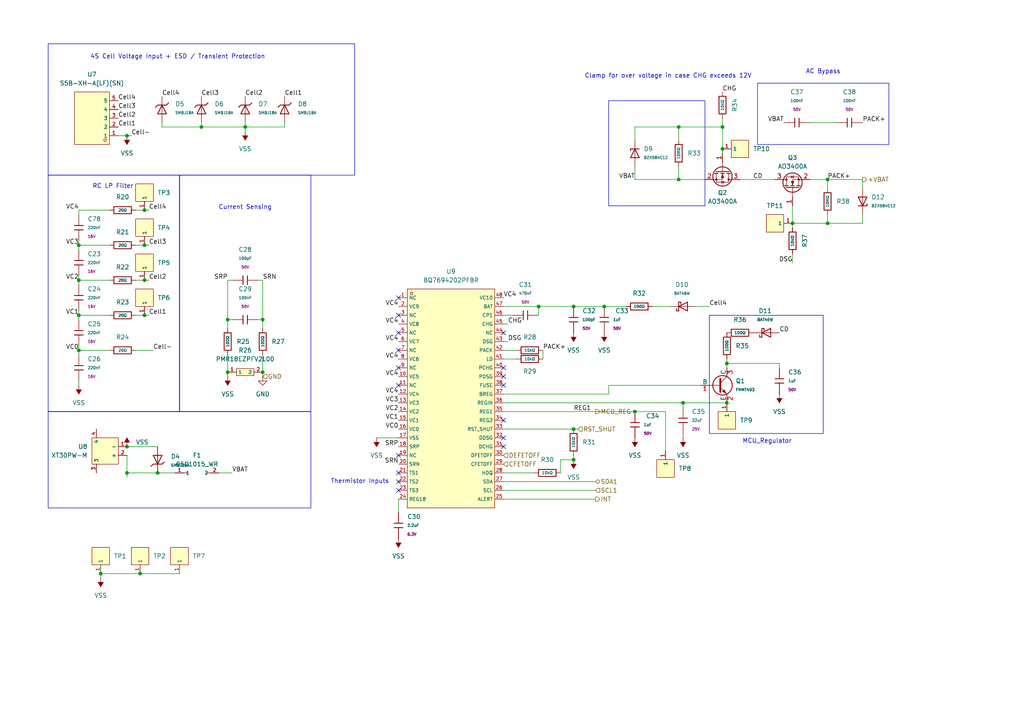
<source format=kicad_sch>
(kicad_sch (version 20250114) (generator "eeschema") (generator_version "9.0")
  (paper "A4")
  (title_block (rev "1.0.0"))
  (rectangle (start 205.74 91.44) (end 238.76 125.73))
  (rectangle (start 219.71 24.13) (end 257.81 41.91))
  (rectangle (start 13.97 12.7) (end 102.87 50.8))
  (rectangle (start 52.07 50.8) (end 90.17 119.38))
  (rectangle (start 176.53 29.21) (end 204.47 59.69))
  (rectangle (start 13.97 50.8) (end 52.07 119.38))
  (rectangle (start 13.97 119.38) (end 90.17 147.32))
  (text "MCU_Regulator" (at 222.504 128.016 0) (effects (font (size 1.27 1.27))))
  (text "Thermistor Inputs" (at 104.394 139.7 0) (effects (font (size 1.27 1.27))))
  (text "4S Cell Voltage Input + ESD / Transient Protection" (at 51.562 16.51 0) (effects (font (size 1.27 1.27))))
  (text "AC Bypass" (at 238.76 20.828 0) (effects (font (size 1.27 1.27))))
  (text "Current Sensing" (at 71.12 60.198 0) (effects (font (size 1.27 1.27))))
  (text "RC LP Filter" (at 32.766 54.102 0) (effects (font (size 1.27 1.27))))
  (text "Clamp for over voltage in case CHG exceeds 12V\n" (at 193.802 22.098 0) (effects (font (size 1.27 1.27))))
  (junction (at 209.55 36.83))
  (junction (at 40.64 166.37))
  (junction (at 22.86 101.6))
  (junction (at 166.37 88.9))
  (junction (at 41.91 81.28))
  (junction (at 36.83 39.37))
  (junction (at 196.85 52.07))
  (junction (at 41.91 71.12))
  (junction (at 166.37 124.46))
  (junction (at 36.83 129.54))
  (junction (at 210.82 116.84))
  (junction (at 29.21 166.37))
  (junction (at 240.03 64.77))
  (junction (at 196.85 36.83))
  (junction (at 66.04 92.71))
  (junction (at 22.86 91.44))
  (junction (at 36.83 137.16))
  (junction (at 58.42 36.83))
  (junction (at 66.04 107.95))
  (junction (at 198.12 116.84))
  (junction (at 210.82 105.41))
  (junction (at 71.12 36.83))
  (junction (at 229.87 64.77))
  (junction (at 156.21 88.9))
  (junction (at 209.55 43.18))
  (junction (at 76.2 107.95))
  (junction (at 22.86 81.28))
  (junction (at 41.91 91.44))
  (junction (at 166.37 133.35))
  (junction (at 184.15 119.38))
  (junction (at 240.03 52.07))
  (junction (at 22.86 71.12))
  (junction (at 76.2 92.71))
  (junction (at 175.26 88.9))
  (junction (at 45.72 137.16))
  (junction (at 41.91 60.96))
  (no_connect (at 115.57 137.16))
  (no_connect (at 146.05 106.68))
  (no_connect (at 115.57 139.7))
  (no_connect (at 115.57 86.36))
  (no_connect (at 115.57 132.08))
  (no_connect (at 115.57 111.76))
  (no_connect (at 146.05 109.22))
  (no_connect (at 146.05 129.54))
  (no_connect (at 115.57 106.68))
  (no_connect (at 115.57 142.24))
  (no_connect (at 146.05 127))
  (no_connect (at 115.57 101.6))
  (no_connect (at 146.05 111.76))
  (no_connect (at 115.57 96.52))
  (no_connect (at 115.57 91.44))
  (no_connect (at 146.05 96.52))
  (no_connect (at 146.05 121.92))
  (wire (pts (xy 39.37 81.28) (xy 41.91 81.28)))
  (wire (pts (xy 76.2 95.25) (xy 76.2 92.71)))
  (wire (pts (xy 82.55 36.83) (xy 82.55 35.56)))
  (wire (pts (xy 22.86 71.12) (xy 22.86 72.39)))
  (wire (pts (xy 193.04 130.81) (xy 193.04 119.38)))
  (wire (pts (xy 189.23 88.9) (xy 194.31 88.9)))
  (wire (pts (xy 45.72 129.54) (xy 36.83 129.54)))
  (wire (pts (xy 71.12 36.83) (xy 82.55 36.83)))
  (wire (pts (xy 63.5 137.16) (xy 67.31 137.16)))
  (wire (pts (xy 22.86 100.33) (xy 22.86 101.6)))
  (wire (pts (xy 146.05 101.6) (xy 149.86 101.6)))
  (wire (pts (xy 71.12 38.1) (xy 71.12 36.83)))
  (wire (pts (xy 109.22 127) (xy 115.57 127)))
  (wire (pts (xy 146.05 139.7) (xy 172.72 139.7)))
  (wire (pts (xy 146.05 119.38) (xy 184.15 119.38)))
  (wire (pts (xy 229.87 66.04) (xy 229.87 64.77)))
  (wire (pts (xy 38.1 39.37) (xy 36.83 39.37)))
  (wire (pts (xy 156.21 88.9) (xy 156.21 91.44)))
  (wire (pts (xy 66.04 81.28) (xy 66.04 92.71)))
  (wire (pts (xy 39.37 71.12) (xy 41.91 71.12)))
  (wire (pts (xy 39.37 91.44) (xy 41.91 91.44)))
  (wire (pts (xy 240.03 52.07) (xy 250.19 52.07)))
  (wire (pts (xy 157.48 101.6) (xy 157.48 104.14)))
  (wire (pts (xy 198.12 127) (xy 198.12 125.73)))
  (wire (pts (xy 146.05 116.84) (xy 198.12 116.84)))
  (wire (pts (xy 205.74 88.9) (xy 201.93 88.9)))
  (wire (pts (xy 229.87 76.2) (xy 229.87 73.66)))
  (wire (pts (xy 146.05 142.24) (xy 172.72 142.24)))
  (wire (pts (xy 184.15 48.26) (xy 184.15 52.07)))
  (wire (pts (xy 71.12 36.83) (xy 71.12 35.56)))
  (wire (pts (xy 115.57 148.59) (xy 115.57 144.78)))
  (wire (pts (xy 58.42 36.83) (xy 58.42 35.56)))
  (wire (pts (xy 146.05 104.14) (xy 149.86 104.14)))
  (wire (pts (xy 22.86 90.17) (xy 22.86 91.44)))
  (wire (pts (xy 209.55 34.29) (xy 209.55 36.83)))
  (wire (pts (xy 234.95 52.07) (xy 240.03 52.07)))
  (wire (pts (xy 146.05 124.46) (xy 166.37 124.46)))
  (wire (pts (xy 162.56 137.16) (xy 162.56 133.35)))
  (wire (pts (xy 214.63 52.07) (xy 224.79 52.07)))
  (wire (pts (xy 36.83 137.16) (xy 36.83 138.43)))
  (wire (pts (xy 250.19 62.23) (xy 250.19 64.77)))
  (wire (pts (xy 76.2 81.28) (xy 76.2 92.71)))
  (wire (pts (xy 22.86 69.85) (xy 22.86 71.12)))
  (wire (pts (xy 234.95 35.56) (xy 242.57 35.56)))
  (wire (pts (xy 22.86 101.6) (xy 31.75 101.6)))
  (wire (pts (xy 148.59 91.44) (xy 146.05 91.44)))
  (wire (pts (xy 166.37 88.9) (xy 175.26 88.9)))
  (wire (pts (xy 240.03 62.23) (xy 240.03 64.77)))
  (wire (pts (xy 156.21 88.9) (xy 166.37 88.9)))
  (wire (pts (xy 184.15 40.64) (xy 184.15 36.83)))
  (wire (pts (xy 66.04 102.87) (xy 66.04 107.95)))
  (wire (pts (xy 209.55 43.18) (xy 209.55 44.45)))
  (wire (pts (xy 29.21 166.37) (xy 29.21 167.64)))
  (wire (pts (xy 209.55 36.83) (xy 209.55 43.18)))
  (wire (pts (xy 240.03 52.07) (xy 240.03 54.61)))
  (wire (pts (xy 46.99 36.83) (xy 46.99 35.56)))
  (wire (pts (xy 176.53 111.76) (xy 176.53 114.3)))
  (wire (pts (xy 210.82 105.41) (xy 226.06 105.41)))
  (wire (pts (xy 76.2 107.95) (xy 76.2 109.22)))
  (wire (pts (xy 250.19 64.77) (xy 240.03 64.77)))
  (wire (pts (xy 184.15 36.83) (xy 196.85 36.83)))
  (wire (pts (xy 22.86 81.28) (xy 22.86 82.55)))
  (wire (pts (xy 198.12 118.11) (xy 198.12 116.84)))
  (wire (pts (xy 74.93 81.28) (xy 76.2 81.28)))
  (wire (pts (xy 66.04 95.25) (xy 66.04 92.71)))
  (wire (pts (xy 36.83 39.37) (xy 34.29 39.37)))
  (wire (pts (xy 184.15 119.38) (xy 193.04 119.38)))
  (wire (pts (xy 45.72 137.16) (xy 36.83 137.16)))
  (wire (pts (xy 146.05 144.78) (xy 172.72 144.78)))
  (wire (pts (xy 67.31 81.28) (xy 66.04 81.28)))
  (wire (pts (xy 166.37 133.35) (xy 166.37 132.08)))
  (wire (pts (xy 66.04 92.71) (xy 67.31 92.71)))
  (wire (pts (xy 22.86 71.12) (xy 31.75 71.12)))
  (wire (pts (xy 175.26 88.9) (xy 181.61 88.9)))
  (wire (pts (xy 45.72 137.16) (xy 50.8 137.16)))
  (wire (pts (xy 41.91 71.12) (xy 43.18 71.12)))
  (wire (pts (xy 29.21 166.37) (xy 40.64 166.37)))
  (wire (pts (xy 36.83 132.08) (xy 36.83 137.16)))
  (wire (pts (xy 210.82 104.14) (xy 210.82 105.41)))
  (wire (pts (xy 22.86 110.49) (xy 22.86 111.76)))
  (wire (pts (xy 203.2 111.76) (xy 176.53 111.76)))
  (wire (pts (xy 196.85 36.83) (xy 209.55 36.83)))
  (wire (pts (xy 46.99 36.83) (xy 58.42 36.83)))
  (wire (pts (xy 22.86 80.01) (xy 22.86 81.28)))
  (wire (pts (xy 22.86 91.44) (xy 31.75 91.44)))
  (wire (pts (xy 240.03 64.77) (xy 229.87 64.77)))
  (wire (pts (xy 147.32 93.98) (xy 146.05 93.98)))
  (wire (pts (xy 154.94 137.16) (xy 146.05 137.16)))
  (wire (pts (xy 146.05 114.3) (xy 176.53 114.3)))
  (wire (pts (xy 41.91 60.96) (xy 43.18 60.96)))
  (wire (pts (xy 198.12 116.84) (xy 210.82 116.84)))
  (wire (pts (xy 210.82 105.41) (xy 210.82 106.68)))
  (wire (pts (xy 40.64 166.37) (xy 52.07 166.37)))
  (wire (pts (xy 167.64 124.46) (xy 166.37 124.46)))
  (wire (pts (xy 76.2 102.87) (xy 76.2 107.95)))
  (wire (pts (xy 250.19 52.07) (xy 250.19 54.61)))
  (wire (pts (xy 196.85 36.83) (xy 196.85 40.64)))
  (wire (pts (xy 22.86 101.6) (xy 22.86 102.87)))
  (wire (pts (xy 41.91 91.44) (xy 43.18 91.44)))
  (wire (pts (xy 66.04 107.95) (xy 66.04 109.22)))
  (wire (pts (xy 162.56 133.35) (xy 166.37 133.35)))
  (wire (pts (xy 184.15 52.07) (xy 196.85 52.07)))
  (wire (pts (xy 58.42 36.83) (xy 71.12 36.83)))
  (wire (pts (xy 226.06 106.68) (xy 226.06 105.41)))
  (wire (pts (xy 39.37 60.96) (xy 41.91 60.96)))
  (wire (pts (xy 147.32 99.06) (xy 146.05 99.06)))
  (wire (pts (xy 44.45 101.6) (xy 39.37 101.6)))
  (wire (pts (xy 146.05 88.9) (xy 156.21 88.9)))
  (wire (pts (xy 196.85 52.07) (xy 204.47 52.07)))
  (wire (pts (xy 22.86 91.44) (xy 22.86 92.71)))
  (wire (pts (xy 76.2 92.71) (xy 74.93 92.71)))
  (wire (pts (xy 22.86 60.96) (xy 22.86 62.23)))
  (wire (pts (xy 229.87 59.69) (xy 229.87 64.77)))
  (wire (pts (xy 22.86 60.96) (xy 31.75 60.96)))
  (wire (pts (xy 41.91 81.28) (xy 43.18 81.28)))
  (wire (pts (xy 196.85 48.26) (xy 196.85 52.07)))
  (wire (pts (xy 22.86 81.28) (xy 31.75 81.28)))
  (label "Cell-" (at 38.1 39.37 0))
  (label "Cell4" (at 43.18 60.96 0))
  (label "CD" (at 226.06 96.52 0))
  (label "VC1" (at 115.57 121.92 180))
  (label "VC0" (at 22.86 101.6 180))
  (label "DSG" (at 229.87 76.2 180))
  (label "VC4" (at 115.57 99.06 180))
  (label "Cell4" (at 205.74 88.9 0))
  (label "VC2" (at 115.57 119.38 180))
  (label "Cell4" (at 46.99 27.94 0))
  (label "VC2" (at 22.86 81.28 180))
  (label "PACK+" (at 157.48 101.6 0))
  (label "VC3" (at 115.57 116.84 180))
  (label "VC4" (at 146.05 86.36 0))
  (label "VC4" (at 115.57 88.9 180))
  (label "REG1" (at 166.37 119.38 0))
  (label "CHG" (at 209.55 26.67 0))
  (label "SRN" (at 76.2 81.28 0))
  (label "VC4" (at 115.57 104.14 180))
  (label "VC3" (at 22.86 71.12 180))
  (label "VC1" (at 22.86 91.44 180))
  (label "Cell1" (at 43.18 91.44 0))
  (label "Cell3" (at 34.29 31.75 0))
  (label "DSG" (at 147.32 99.06 0))
  (label "Cell3" (at 43.18 71.12 0))
  (label "SRP" (at 115.57 129.54 180))
  (label "Cell-" (at 44.45 101.6 0))
  (label "Cell3" (at 58.42 27.94 0))
  (label "SRP" (at 66.04 81.28 180))
  (label "Cell4" (at 34.29 29.21 0))
  (label "PACK+" (at 240.03 52.07 0))
  (label "Cell1" (at 34.29 36.83 0))
  (label "VC4" (at 22.86 60.96 180))
  (label "Cell1" (at 82.55 27.94 0))
  (label "CD" (at 218.44 52.07 0))
  (label "VC4" (at 115.57 109.22 180))
  (label "VC0" (at 115.57 124.46 180))
  (label "VBAT" (at 67.31 137.16 0))
  (label "VBAT" (at 184.15 52.07 180))
  (label "VC4" (at 115.57 114.3 180))
  (label "VC4" (at 115.57 93.98 180))
  (label "VBAT" (at 227.33 35.56 180))
  (label "Cell2" (at 34.29 34.29 0))
  (label "SRN" (at 115.57 134.62 180))
  (label "Cell2" (at 71.12 27.94 0))
  (label "PACK+" (at 250.19 35.56 0))
  (label "CHG" (at 147.32 93.98 0))
  (label "Cell2" (at 43.18 81.28 0))
  (hierarchical_label "RST_SHUT" (shape input) (at 167.64 124.46 0))
  (hierarchical_label "MCU_REG" (shape output) (at 172.72 119.38 0))
  (hierarchical_label "DEFETOFF" (shape input) (at 146.05 132.08 0))
  (hierarchical_label "+VBAT" (shape output) (at 250.19 52.07 0))
  (hierarchical_label "GND" (shape input) (at 76.2 109.22 0))
  (hierarchical_label "CFETOFF" (shape input) (at 146.05 134.62 0))
  (hierarchical_label "SDA1" (shape bidirectional) (at 172.72 139.7 0))
  (hierarchical_label "INT" (shape output) (at 172.72 144.78 0))
  (hierarchical_label "SCL1" (shape input) (at 172.72 142.24 0))
  (symbol (lib_id "4in-power:0402,100nF,(2)") (at 246.38 35.56 90) (unit 1)
    (property "Reference" "C38" (at 246.38 26.67 90))
    (property "Value" "100nF" (at 246.38 29.21 90) (effects (font (size 0.8 0.8))))
    (property "Footprint" "PCM_JLCPCB:C_0402" (effects (hide yes)))
    (property "Datasheet" "https://www.lcsc.com/datasheet/lcsc_datasheet_2304140030_Samsung-Electro-Mechanics-CL05B104KB54PNC_C307331.pdf" (effects (hide yes)))
    (property "Description" "50V 100nF X7R ±10% 0402 Multilayer Ceramic Capacitors MLCC - SMD/SMT ROHS" (effects (hide yes)))
    (property "LCSC" "C307331" (effects (hide yes)))
    (property "Stock" "8389599" (effects (hide yes)))
    (property "Price" "0.008USD" (effects (hide yes)))
    (property "Process" "SMT" (effects (hide yes)))
    (property "Minimum Qty" "20" (effects (hide yes)))
    (property "Attrition Qty" "10" (effects (hide yes)))
    (property "Class" "Basic Component" (effects (hide yes)))
    (property "Category" "Capacitors,Multilayer Ceramic Capacitors MLCC - SMD/SMT" (effects (hide yes)))
    (property "Manufacturer" "Samsung Electro-Mechanics" (effects (hide yes)))
    (property "Part" "CL05B104KB54PNC" (effects (hide yes)))
    (property "Voltage Rated" "50V" (at 246.38 31.75 90) (effects (font (size 0.8 0.8))))
    (property "Tolerance" "±10%" (effects (hide yes)))
    (property "Capacitance" "100nF" (effects (hide yes)))
    (property "Temperature Coefficient" "X7R" (effects (hide yes)))
  )
  (symbol (lib_id "4in-power:RH-5015") (at 41.91 76.2 90) (unit 1)
    (property "Reference" "TP5" (at 45.72 76.1999 90) (effects (justify right)))
    (property "Value" "RH-5015" (effects (hide yes)))
    (property "Footprint" "4in-power:SMD_RH-5015" (effects (hide yes)))
    (property "Datasheet" "https://cn.bing.com/search?q=datasheet%3A+%20RH-5015" (effects (hide yes)))
    (property "LCSC" "C5199798" (effects (hide yes)))
  )
  (symbol (lib_id "4in-power:RH-5015") (at 210.82 121.92 270) (unit 1)
    (property "Reference" "TP9" (at 214.63 121.9199 90) (effects (justify left)))
    (property "Value" "RH-5015" (effects (hide yes)))
    (property "Footprint" "4in-power:SMD_RH-5015" (effects (hide yes)))
    (property "Datasheet" "https://cn.bing.com/search?q=datasheet%3A+%20RH-5015" (effects (hide yes)))
    (property "LCSC" "C5199798" (effects (hide yes)))
  )
  (symbol (lib_id "4in-power:PMR18EZPFV2L00") (at 71.12 107.95 0) (unit 1)
    (property "Reference" "R26" (at 71.12 101.6 0))
    (property "Value" "PMR18EZPFV2L00" (at 71.12 104.14 0))
    (property "Footprint" "4in-power:R1206" (effects (hide yes)))
    (property "Datasheet" "https://item.szlcsc.com/311874.html" (effects (hide yes)))
    (property "LCSC" "C92124" (effects (hide yes)))
  )
  (symbol (lib_id "4in-power:RH-5015") (at 41.91 66.04 90) (unit 1)
    (property "Reference" "TP4" (at 45.72 66.0399 90) (effects (justify right)))
    (property "Value" "RH-5015" (effects (hide yes)))
    (property "Footprint" "4in-power:SMD_RH-5015" (effects (hide yes)))
    (property "Datasheet" "https://cn.bing.com/search?q=datasheet%3A+%20RH-5015" (effects (hide yes)))
    (property "LCSC" "C5199798" (effects (hide yes)))
  )
  (symbol (lib_id "4in-power:Zener,BZX584C12") (at 184.15 44.45 180) (unit 1)
    (property "Reference" "D9" (at 186.69 43.1799 0) (effects (justify right)))
    (property "Value" "BZX584C12" (at 186.69 45.72 0) (effects (font (size 0.8 0.8)) (justify right)))
    (property "Footprint" "PCM_JLCPCB:D_SOD-523" (effects (hide yes)))
    (property "Datasheet" "https://wmsc.lcsc.com/wmsc/upload/file/pdf/v2/lcsc/2405091603_hongjiacheng-BZX584C12_C22395579.pdf" (effects (hide yes)))
    (property "Description" "Independent Type 11.4V~12.7V 150mW 12V SOD-523 Zener Diodes ROHS" (effects (hide yes)))
    (property "LCSC" "C22395579" (effects (hide yes)))
    (property "Stock" "16871" (effects (hide yes)))
    (property "Price" "0.023USD" (effects (hide yes)))
    (property "Process" "SMT" (effects (hide yes)))
    (property "Minimum Qty" "20" (effects (hide yes)))
    (property "Attrition Qty" "6" (effects (hide yes)))
    (property "Class" "Preferred Component" (effects (hide yes)))
    (property "Category" "Diodes,Zener Diodes" (effects (hide yes)))
    (property "Manufacturer" "hongjiacheng" (effects (hide yes)))
    (property "Part" "BZX584C12" (effects (hide yes)))
    (property "Power Dissipation" "150mW" (effects (hide yes)))
    (property "Zener Impedance (Zzt)" "25Ω" (effects (hide yes)))
    (property "Diode Configuration" "Independent Type" (effects (hide yes)))
    (property "Zener Voltage (Range)" "11.4V~12.7V" (effects (hide yes)))
    (property "Zener Voltage (Nom)" "12V" (effects (hide yes)))
    (property "Reverse Leakage Current (Ir)" "100nA@8V" (effects (hide yes)))
  )
  (symbol (lib_id "4in-power:0402,10kΩ") (at 166.37 128.27 0) (unit 1)
    (property "Reference" "R31" (at 168.91 128.2699 0) (effects (justify left)))
    (property "Value" "10kΩ" (at 166.37 128.27 90) (effects (font (size 0.8 0.8))))
    (property "Footprint" "PCM_JLCPCB:R_0402" (effects (hide yes)))
    (property "Datasheet" "https://www.lcsc.com/datasheet/lcsc_datasheet_2411221126_UNI-ROYAL-Uniroyal-Elec-0402WGF1002TCE_C25744.pdf" (effects (hide yes)))
    (property "Description" "62.5mW Thick Film Resistors 50V ±100ppm/°C ±1% 10kΩ 0402 Chip Resistor - Surface Mount ROHS" (effects (hide yes)))
    (property "LCSC" "C25744" (effects (hide yes)))
    (property "Stock" "24372091" (effects (hide yes)))
    (property "Price" "0.004USD" (effects (hide yes)))
    (property "Process" "SMT" (effects (hide yes)))
    (property "Minimum Qty" "20" (effects (hide yes)))
    (property "Attrition Qty" "10" (effects (hide yes)))
    (property "Class" "Basic Component" (effects (hide yes)))
    (property "Category" "Resistors,Chip Resistor - Surface Mount" (effects (hide yes)))
    (property "Manufacturer" "UNI-ROYAL(Uniroyal Elec)" (effects (hide yes)))
    (property "Part" "0402WGF1002TCE" (effects (hide yes)))
    (property "Resistance" "10kΩ" (effects (hide yes)))
    (property "Power(Watts)" "62.5mW" (effects (hide yes)))
    (property "Type" "Thick Film Resistors" (effects (hide yes)))
    (property "Overload Voltage (Max)" "50V" (effects (hide yes)))
    (property "Operating Temperature Range" "-55°C~+155°C" (effects (hide yes)))
    (property "Tolerance" "±1%" (effects (hide yes)))
    (property "Temperature Coefficient" "±100ppm/°C" (effects (hide yes)))
  )
  (symbol (lib_id "power:VSS") (at 22.86 111.76 180) (unit 1)
    (property "Reference" "#PWR053" (effects (hide yes)))
    (property "Value" "VSS" (at 22.86 116.84 0))
    (property "Description" "Power symbol creates a global label with name \"VSS\"" (effects (hide yes)))
  )
  (symbol (lib_id "4in-power:RH-5015") (at 40.64 161.29 90) (unit 1)
    (property "Reference" "TP2" (at 44.45 161.2899 90) (effects (justify right)))
    (property "Value" "RH-5015" (effects (hide yes)))
    (property "Footprint" "4in-power:SMD_RH-5015" (effects (hide yes)))
    (property "Datasheet" "https://cn.bing.com/search?q=datasheet%3A+%20RH-5015" (effects (hide yes)))
    (property "LCSC" "C5199798" (effects (hide yes)))
  )
  (symbol (lib_id "4in-power:0501015_WR") (at 57.15 135.89 0) (unit 1)
    (property "Reference" "F1" (at 57.15 132.08 0))
    (property "Value" "0501015_WR" (at 57.15 134.62 0))
    (property "Footprint" "4in-power:F1206" (effects (hide yes)))
    (property "Datasheet" "https://atta.szlcsc.com/upload/public/pdf/source/20200518/C553934_4CFF0660EAE88BF7A646763F248900C5.pdf" (effects (hide yes)))
    (property "LCSC" "C126815" (effects (hide yes)))
  )
  (symbol (lib_id "4in-power:0402,100Ω") (at 210.82 100.33 180) (unit 1)
    (property "Reference" "R35" (at 213.36 100.3299 0) (effects (justify right)))
    (property "Value" "100Ω" (at 210.82 100.33 90) (effects (font (size 0.8 0.8))))
    (property "Footprint" "PCM_JLCPCB:R_0402" (effects (hide yes)))
    (property "Datasheet" "https://www.lcsc.com/datasheet/lcsc_datasheet_2205311900_UNI-ROYAL-Uniroyal-Elec-0402WGF1000TCE_C25076.pdf" (effects (hide yes)))
    (property "Description" "62.5mW Thick Film Resistors 50V ±1% ±200ppm/°C 100Ω 0402 Chip Resistor - Surface Mount ROHS" (effects (hide yes)))
    (property "LCSC" "C25076" (effects (hide yes)))
    (property "Stock" "5907585" (effects (hide yes)))
    (property "Price" "0.004USD" (effects (hide yes)))
    (property "Process" "SMT" (effects (hide yes)))
    (property "Minimum Qty" "20" (effects (hide yes)))
    (property "Attrition Qty" "10" (effects (hide yes)))
    (property "Class" "Basic Component" (effects (hide yes)))
    (property "Category" "Resistors,Chip Resistor - Surface Mount" (effects (hide yes)))
    (property "Manufacturer" "UNI-ROYAL(Uniroyal Elec)" (effects (hide yes)))
    (property "Part" "0402WGF1000TCE" (effects (hide yes)))
    (property "Resistance" "100Ω" (effects (hide yes)))
    (property "Power(Watts)" "62.5mW" (effects (hide yes)))
    (property "Type" "Thick Film Resistors" (effects (hide yes)))
    (property "Overload Voltage (Max)" "50V" (effects (hide yes)))
    (property "Operating Temperature Range" "-55°C~+155°C" (effects (hide yes)))
    (property "Tolerance" "±1%" (effects (hide yes)))
    (property "Temperature Coefficient" "±200ppm/°C" (effects (hide yes)))
  )
  (symbol (lib_id "4in-power:0402,100pF") (at 71.12 81.28 90) (unit 1)
    (property "Reference" "C28" (at 71.12 72.39 90))
    (property "Value" "100pF" (at 71.12 74.93 90) (effects (font (size 0.8 0.8))))
    (property "Footprint" "PCM_JLCPCB:C_0402" (effects (hide yes)))
    (property "Datasheet" "https://www.lcsc.com/datasheet/lcsc_datasheet_2304140030_FH--Guangdong-Fenghua-Advanced-Tech-0402CG101J500NT_C1546.pdf" (effects (hide yes)))
    (property "Description" "50V 100pF C0G ±5% 0402 Multilayer Ceramic Capacitors MLCC - SMD/SMT ROHS" (effects (hide yes)))
    (property "LCSC" "C1546" (effects (hide yes)))
    (property "Stock" "2554383" (effects (hide yes)))
    (property "Price" "0.004USD" (effects (hide yes)))
    (property "Process" "SMT" (effects (hide yes)))
    (property "Minimum Qty" "20" (effects (hide yes)))
    (property "Attrition Qty" "10" (effects (hide yes)))
    (property "Class" "Basic Component" (effects (hide yes)))
    (property "Category" "Capacitors,Multilayer Ceramic Capacitors MLCC - SMD/SMT" (effects (hide yes)))
    (property "Manufacturer" "FH(Guangdong Fenghua Advanced Tech)" (effects (hide yes)))
    (property "Part" "0402CG101J500NT" (effects (hide yes)))
    (property "Voltage Rated" "50V" (at 71.12 77.47 90) (effects (font (size 0.8 0.8))))
    (property "Tolerance" "±5%" (effects (hide yes)))
    (property "Capacitance" "100pF" (effects (hide yes)))
    (property "Temperature Coefficient" "C0G" (effects (hide yes)))
  )
  (symbol (lib_id "4in-power:RH-5015") (at 214.63 43.18 0) (unit 1)
    (property "Reference" "TP10" (at 218.44 43.1799 0) (effects (justify left)))
    (property "Value" "RH-5015" (effects (hide yes)))
    (property "Footprint" "4in-power:SMD_RH-5015" (effects (hide yes)))
    (property "Datasheet" "https://cn.bing.com/search?q=datasheet%3A+%20RH-5015" (effects (hide yes)))
    (property "LCSC" "C5199798" (effects (hide yes)))
  )
  (symbol (lib_id "4in-power:0603,1uF") (at 226.06 110.49 0) (unit 1)
    (property "Reference" "C36" (at 228.6 107.9499 0) (effects (justify left)))
    (property "Value" "1uF" (at 228.6 110.49 0) (effects (font (size 0.8 0.8)) (justify left)))
    (property "Footprint" "PCM_JLCPCB:C_0603" (effects (hide yes)))
    (property "Datasheet" "https://www.lcsc.com/datasheet/lcsc_datasheet_2304140030_Samsung-Electro-Mechanics-CL10A105KB8NNNC_C15849.pdf" (effects (hide yes)))
    (property "Description" "50V 1uF X5R ±10% 0603 Multilayer Ceramic Capacitors MLCC - SMD/SMT ROHS" (effects (hide yes)))
    (property "LCSC" "C15849" (effects (hide yes)))
    (property "Stock" "11535980" (effects (hide yes)))
    (property "Price" "0.008USD" (effects (hide yes)))
    (property "Process" "SMT" (effects (hide yes)))
    (property "Minimum Qty" "20" (effects (hide yes)))
    (property "Attrition Qty" "10" (effects (hide yes)))
    (property "Class" "Basic Component" (effects (hide yes)))
    (property "Category" "Capacitors,Multilayer Ceramic Capacitors MLCC - SMD/SMT" (effects (hide yes)))
    (property "Manufacturer" "Samsung Electro-Mechanics" (effects (hide yes)))
    (property "Part" "CL10A105KB8NNNC" (effects (hide yes)))
    (property "Voltage Rated" "50V" (at 228.6 113.03 0) (effects (font (size 0.8 0.8)) (justify left)))
    (property "Tolerance" "±10%" (effects (hide yes)))
    (property "Capacitance" "1uF" (effects (hide yes)))
    (property "Temperature Coefficient" "X5R" (effects (hide yes)))
  )
  (symbol (lib_id "power:VSS") (at 115.57 156.21 180) (unit 1)
    (property "Reference" "#PWR061" (effects (hide yes)))
    (property "Value" "VSS" (at 115.57 161.29 0))
    (property "Description" "Power symbol creates a global label with name \"VSS\"" (effects (hide yes)))
  )
  (symbol (lib_id "PCM_JLCPCB-Capacitors:0402,220nF") (at 22.86 96.52 0) (unit 1)
    (property "Reference" "C25" (at 25.4 93.9799 0) (effects (justify left)))
    (property "Value" "220nF" (at 25.4 96.52 0) (effects (font (size 0.8 0.8)) (justify left)))
    (property "Footprint" "PCM_JLCPCB:C_0402" (effects (hide yes)))
    (property "Datasheet" "https://www.lcsc.com/datasheet/lcsc_datasheet_2304140030_Samsung-Electro-Mechanics-CL05B224KO5NNNC_C16772.pdf" (effects (hide yes)))
    (property "Description" "16V 220nF X7R ±10% 0402 Multilayer Ceramic Capacitors MLCC - SMD/SMT ROHS" (effects (hide yes)))
    (property "LCSC" "C16772" (effects (hide yes)))
    (property "Stock" "202070" (effects (hide yes)))
    (property "Price" "0.007USD" (effects (hide yes)))
    (property "Process" "SMT" (effects (hide yes)))
    (property "Minimum Qty" "20" (effects (hide yes)))
    (property "Attrition Qty" "10" (effects (hide yes)))
    (property "Class" "Basic Component" (effects (hide yes)))
    (property "Category" "Capacitors,Multilayer Ceramic Capacitors MLCC - SMD/SMT" (effects (hide yes)))
    (property "Manufacturer" "Samsung Electro-Mechanics" (effects (hide yes)))
    (property "Part" "CL05B224KO5NNNC" (effects (hide yes)))
    (property "Voltage Rated" "16V" (at 25.4 99.06 0) (effects (font (size 0.8 0.8)) (justify left)))
    (property "Tolerance" "±10%" (effects (hide yes)))
    (property "Capacitance" "220nF" (effects (hide yes)))
    (property "Temperature Coefficient" "X7R" (effects (hide yes)))
  )
  (symbol (lib_id "4in-power:0603,20Ω") (at 35.56 101.6 90) (unit 1)
    (property "Reference" "R24" (at 35.56 97.79 90))
    (property "Value" "20Ω" (at 35.56 101.6 90) (effects (font (size 0.8 0.8))))
    (property "Footprint" "PCM_JLCPCB:R_0603" (effects (hide yes)))
    (property "Datasheet" "https://www.lcsc.com/datasheet/lcsc_datasheet_2206010130_UNI-ROYAL-Uniroyal-Elec-0603WAF200JT5E_C22950.pdf" (effects (hide yes)))
    (property "Description" "100mW Thick Film Resistors 75V ±100ppm/°C ±1% 20Ω 0603 Chip Resistor - Surface Mount ROHS" (effects (hide yes)))
    (property "LCSC" "C22950" (effects (hide yes)))
    (property "Stock" "614702" (effects (hide yes)))
    (property "Price" "0.004USD" (effects (hide yes)))
    (property "Process" "SMT" (effects (hide yes)))
    (property "Minimum Qty" "20" (effects (hide yes)))
    (property "Attrition Qty" "10" (effects (hide yes)))
    (property "Class" "Basic Component" (effects (hide yes)))
    (property "Category" "Resistors,Chip Resistor - Surface Mount" (effects (hide yes)))
    (property "Manufacturer" "UNI-ROYAL(Uniroyal Elec)" (effects (hide yes)))
    (property "Part" "0603WAF200JT5E" (effects (hide yes)))
    (property "Resistance" "20Ω" (effects (hide yes)))
    (property "Power(Watts)" "100mW" (effects (hide yes)))
    (property "Type" "Thick Film Resistors" (effects (hide yes)))
    (property "Overload Voltage (Max)" "75V" (effects (hide yes)))
    (property "Operating Temperature Range" "-55°C~+155°C" (effects (hide yes)))
    (property "Tolerance" "±1%" (effects (hide yes)))
    (property "Temperature Coefficient" "±100ppm/°C" (effects (hide yes)))
  )
  (symbol (lib_id "power:VSS") (at 166.37 133.35 180) (unit 1)
    (property "Reference" "#PWR063" (effects (hide yes)))
    (property "Value" "VSS" (at 166.37 138.43 0))
    (property "Description" "Power symbol creates a global label with name \"VSS\"" (effects (hide yes)))
  )
  (symbol (lib_id "power:VSS") (at 198.12 127 180) (unit 1)
    (property "Reference" "#PWR066" (effects (hide yes)))
    (property "Value" "VSS" (at 198.12 132.08 0))
    (property "Description" "Power symbol creates a global label with name \"VSS\"" (effects (hide yes)))
  )
  (symbol (lib_id "power:VSS") (at 71.12 38.1 180) (unit 1)
    (property "Reference" "#PWR058" (effects (hide yes)))
    (property "Value" "VSS" (at 71.12 43.18 0))
    (property "Description" "Power symbol creates a global label with name \"VSS\"" (effects (hide yes)))
  )
  (symbol (lib_id "4in-power:TVS-Uni,SMBJ18A") (at 46.99 31.75 180) (unit 1)
    (property "Reference" "D5" (at 50.8 30.1624 0) (effects (justify right)))
    (property "Value" "SMBJ18A" (at 50.8 32.7025 0) (effects (font (size 0.8 0.8)) (justify right)))
    (property "Footprint" "PCM_JLCPCB:D_SMB" (effects (hide yes)))
    (property "Datasheet" "https://wmsc.lcsc.com/wmsc/upload/file/pdf/v2/lcsc/2312280935_hongjiacheng-SMBJ18A_C19077573.pdf" (effects (hide yes)))
    (property "Description" "20.55A 600W 29.2V 22.1V Unidirectional 18V SMB ESD and Surge Protection (TVS/ESD) ROHS" (effects (hide yes)))
    (property "LCSC" "C19077573" (effects (hide yes)))
    (property "Stock" "53562" (effects (hide yes)))
    (property "Price" "0.045USD" (effects (hide yes)))
    (property "Process" "SMT" (effects (hide yes)))
    (property "Minimum Qty" "5" (effects (hide yes)))
    (property "Attrition Qty" "2" (effects (hide yes)))
    (property "Class" "Preferred Component" (effects (hide yes)))
    (property "Category" "TVS/Fuse/Board Level Protection,Electrostatic And Surge Protection (TVS/ESD)" (effects (hide yes)))
    (property "Manufacturer" "hongjiacheng" (effects (hide yes)))
    (property "Part" "SMBJ18A" (effects (hide yes)))
  )
  (symbol (lib_id "PCM_JLCPCB-Capacitors:0402,220nF") (at 22.86 66.04 0) (unit 1)
    (property "Reference" "C78" (at 25.4 63.4999 0) (effects (justify left)))
    (property "Value" "220nF" (at 25.4 66.04 0) (effects (font (size 0.8 0.8)) (justify left)))
    (property "Footprint" "PCM_JLCPCB:C_0402" (effects (hide yes)))
    (property "Datasheet" "https://www.lcsc.com/datasheet/lcsc_datasheet_2304140030_Samsung-Electro-Mechanics-CL05B224KO5NNNC_C16772.pdf" (effects (hide yes)))
    (property "Description" "16V 220nF X7R ±10% 0402 Multilayer Ceramic Capacitors MLCC - SMD/SMT ROHS" (effects (hide yes)))
    (property "LCSC" "C16772" (effects (hide yes)))
    (property "Stock" "202070" (effects (hide yes)))
    (property "Price" "0.007USD" (effects (hide yes)))
    (property "Process" "SMT" (effects (hide yes)))
    (property "Minimum Qty" "20" (effects (hide yes)))
    (property "Attrition Qty" "10" (effects (hide yes)))
    (property "Class" "Basic Component" (effects (hide yes)))
    (property "Category" "Capacitors,Multilayer Ceramic Capacitors MLCC - SMD/SMT" (effects (hide yes)))
    (property "Manufacturer" "Samsung Electro-Mechanics" (effects (hide yes)))
    (property "Part" "CL05B224KO5NNNC" (effects (hide yes)))
    (property "Voltage Rated" "16V" (at 25.4 68.58 0) (effects (font (size 0.8 0.8)) (justify left)))
    (property "Tolerance" "±10%" (effects (hide yes)))
    (property "Capacitance" "220nF" (effects (hide yes)))
    (property "Temperature Coefficient" "X7R" (effects (hide yes)))
  )
  (symbol (lib_id "4in-power:0603,20Ω") (at 35.56 81.28 90) (unit 1)
    (property "Reference" "R22" (at 35.56 77.47 90))
    (property "Value" "20Ω" (at 35.56 81.28 90) (effects (font (size 0.8 0.8))))
    (property "Footprint" "PCM_JLCPCB:R_0603" (effects (hide yes)))
    (property "Datasheet" "https://www.lcsc.com/datasheet/lcsc_datasheet_2206010130_UNI-ROYAL-Uniroyal-Elec-0603WAF200JT5E_C22950.pdf" (effects (hide yes)))
    (property "Description" "100mW Thick Film Resistors 75V ±100ppm/°C ±1% 20Ω 0603 Chip Resistor - Surface Mount ROHS" (effects (hide yes)))
    (property "LCSC" "C22950" (effects (hide yes)))
    (property "Stock" "614702" (effects (hide yes)))
    (property "Price" "0.004USD" (effects (hide yes)))
    (property "Process" "SMT" (effects (hide yes)))
    (property "Minimum Qty" "20" (effects (hide yes)))
    (property "Attrition Qty" "10" (effects (hide yes)))
    (property "Class" "Basic Component" (effects (hide yes)))
    (property "Category" "Resistors,Chip Resistor - Surface Mount" (effects (hide yes)))
    (property "Manufacturer" "UNI-ROYAL(Uniroyal Elec)" (effects (hide yes)))
    (property "Part" "0603WAF200JT5E" (effects (hide yes)))
    (property "Resistance" "20Ω" (effects (hide yes)))
    (property "Power(Watts)" "100mW" (effects (hide yes)))
    (property "Type" "Thick Film Resistors" (effects (hide yes)))
    (property "Overload Voltage (Max)" "75V" (effects (hide yes)))
    (property "Operating Temperature Range" "-55°C~+155°C" (effects (hide yes)))
    (property "Tolerance" "±1%" (effects (hide yes)))
    (property "Temperature Coefficient" "±100ppm/°C" (effects (hide yes)))
  )
  (symbol (lib_id "4in-power:AO3400A") (at 229.87 54.61 90) (unit 1)
    (property "Reference" "Q3" (at 229.87 45.72 90))
    (property "Value" "AO3400A" (at 229.87 48.26 90))
    (property "Footprint" "Package_TO_SOT_SMD:SOT-23" (effects (hide yes)))
    (property "Datasheet" "http://www.aosmd.com/pdfs/datasheet/AO3400A.pdf" (effects (hide yes)))
    (property "Description" "30V Vds, 5.7A Id, N-Channel MOSFET, SOT-23" (effects (hide yes)))
  )
  (symbol (lib_id "4in-power:0402,100pF") (at 166.37 92.71 0) (unit 1)
    (property "Reference" "C32" (at 168.91 90.1699 0) (effects (justify left)))
    (property "Value" "100pF" (at 168.91 92.71 0) (effects (font (size 0.8 0.8)) (justify left)))
    (property "Footprint" "PCM_JLCPCB:C_0402" (effects (hide yes)))
    (property "Datasheet" "https://www.lcsc.com/datasheet/lcsc_datasheet_2304140030_FH--Guangdong-Fenghua-Advanced-Tech-0402CG101J500NT_C1546.pdf" (effects (hide yes)))
    (property "Description" "50V 100pF C0G ±5% 0402 Multilayer Ceramic Capacitors MLCC - SMD/SMT ROHS" (effects (hide yes)))
    (property "LCSC" "C1546" (effects (hide yes)))
    (property "Stock" "2554383" (effects (hide yes)))
    (property "Price" "0.004USD" (effects (hide yes)))
    (property "Process" "SMT" (effects (hide yes)))
    (property "Minimum Qty" "20" (effects (hide yes)))
    (property "Attrition Qty" "10" (effects (hide yes)))
    (property "Class" "Basic Component" (effects (hide yes)))
    (property "Category" "Capacitors,Multilayer Ceramic Capacitors MLCC - SMD/SMT" (effects (hide yes)))
    (property "Manufacturer" "FH(Guangdong Fenghua Advanced Tech)" (effects (hide yes)))
    (property "Part" "0402CG101J500NT" (effects (hide yes)))
    (property "Voltage Rated" "50V" (at 168.91 95.25 0) (effects (font (size 0.8 0.8)) (justify left)))
    (property "Tolerance" "±5%" (effects (hide yes)))
    (property "Capacitance" "100pF" (effects (hide yes)))
    (property "Temperature Coefficient" "C0G" (effects (hide yes)))
  )
  (symbol (lib_id "4in-power:0402,2.2uF") (at 115.57 152.4 0) (unit 1)
    (property "Reference" "C30" (at 118.11 149.8599 0) (effects (justify left)))
    (property "Value" "2.2uF" (at 118.11 152.4 0) (effects (font (size 0.8 0.8)) (justify left)))
    (property "Footprint" "PCM_JLCPCB:C_0402" (effects (hide yes)))
    (property "Datasheet" "https://www.lcsc.com/datasheet/lcsc_datasheet_2304140030_Samsung-Electro-Mechanics-CL05A225MQ5NSNC_C12530.pdf" (effects (hide yes)))
    (property "Description" "6.3V 2.2uF X5R ±20% 0402 Multilayer Ceramic Capacitors MLCC - SMD/SMT ROHS" (effects (hide yes)))
    (property "LCSC" "C12530" (effects (hide yes)))
    (property "Stock" "4528431" (effects (hide yes)))
    (property "Price" "0.006USD" (effects (hide yes)))
    (property "Process" "SMT" (effects (hide yes)))
    (property "Minimum Qty" "20" (effects (hide yes)))
    (property "Attrition Qty" "10" (effects (hide yes)))
    (property "Class" "Basic Component" (effects (hide yes)))
    (property "Category" "Capacitors,Multilayer Ceramic Capacitors MLCC - SMD/SMT" (effects (hide yes)))
    (property "Manufacturer" "Samsung Electro-Mechanics" (effects (hide yes)))
    (property "Part" "CL05A225MQ5NSNC" (effects (hide yes)))
    (property "Voltage Rated" "6.3V" (at 118.11 154.94 0) (effects (font (size 0.8 0.8)) (justify left)))
    (property "Tolerance" "±20%" (effects (hide yes)))
    (property "Capacitance" "2.2uF" (effects (hide yes)))
    (property "Temperature Coefficient" "X5R" (effects (hide yes)))
  )
  (symbol (lib_id "4in-power:0402,10kΩ") (at 209.55 30.48 180) (unit 1)
    (property "Reference" "R34" (at 213.106 30.48 90))
    (property "Value" "10kΩ" (at 209.55 30.48 90) (effects (font (size 0.8 0.8))))
    (property "Footprint" "PCM_JLCPCB:R_0402" (effects (hide yes)))
    (property "Datasheet" "https://www.lcsc.com/datasheet/lcsc_datasheet_2411221126_UNI-ROYAL-Uniroyal-Elec-0402WGF1002TCE_C25744.pdf" (effects (hide yes)))
    (property "Description" "62.5mW Thick Film Resistors 50V ±100ppm/°C ±1% 10kΩ 0402 Chip Resistor - Surface Mount ROHS" (effects (hide yes)))
    (property "LCSC" "C25744" (effects (hide yes)))
    (property "Stock" "24372091" (effects (hide yes)))
    (property "Price" "0.004USD" (effects (hide yes)))
    (property "Process" "SMT" (effects (hide yes)))
    (property "Minimum Qty" "20" (effects (hide yes)))
    (property "Attrition Qty" "10" (effects (hide yes)))
    (property "Class" "Basic Component" (effects (hide yes)))
    (property "Category" "Resistors,Chip Resistor - Surface Mount" (effects (hide yes)))
    (property "Manufacturer" "UNI-ROYAL(Uniroyal Elec)" (effects (hide yes)))
    (property "Part" "0402WGF1002TCE" (effects (hide yes)))
    (property "Resistance" "10kΩ" (effects (hide yes)))
    (property "Power(Watts)" "62.5mW" (effects (hide yes)))
    (property "Type" "Thick Film Resistors" (effects (hide yes)))
    (property "Overload Voltage (Max)" "50V" (effects (hide yes)))
    (property "Operating Temperature Range" "-55°C~+155°C" (effects (hide yes)))
    (property "Tolerance" "±1%" (effects (hide yes)))
    (property "Temperature Coefficient" "±100ppm/°C" (effects (hide yes)))
  )
  (symbol (lib_id "4in-power:0402,10kΩ") (at 153.67 104.14 90) (unit 1)
    (property "Reference" "R29" (at 153.67 107.696 90))
    (property "Value" "10kΩ" (at 153.67 104.14 90) (effects (font (size 0.8 0.8))))
    (property "Footprint" "PCM_JLCPCB:R_0402" (effects (hide yes)))
    (property "Datasheet" "https://www.lcsc.com/datasheet/lcsc_datasheet_2411221126_UNI-ROYAL-Uniroyal-Elec-0402WGF1002TCE_C25744.pdf" (effects (hide yes)))
    (property "Description" "62.5mW Thick Film Resistors 50V ±100ppm/°C ±1% 10kΩ 0402 Chip Resistor - Surface Mount ROHS" (effects (hide yes)))
    (property "LCSC" "C25744" (effects (hide yes)))
    (property "Stock" "24372091" (effects (hide yes)))
    (property "Price" "0.004USD" (effects (hide yes)))
    (property "Process" "SMT" (effects (hide yes)))
    (property "Minimum Qty" "20" (effects (hide yes)))
    (property "Attrition Qty" "10" (effects (hide yes)))
    (property "Class" "Basic Component" (effects (hide yes)))
    (property "Category" "Resistors,Chip Resistor - Surface Mount" (effects (hide yes)))
    (property "Manufacturer" "UNI-ROYAL(Uniroyal Elec)" (effects (hide yes)))
    (property "Part" "0402WGF1002TCE" (effects (hide yes)))
    (property "Resistance" "10kΩ" (effects (hide yes)))
    (property "Power(Watts)" "62.5mW" (effects (hide yes)))
    (property "Type" "Thick Film Resistors" (effects (hide yes)))
    (property "Overload Voltage (Max)" "50V" (effects (hide yes)))
    (property "Operating Temperature Range" "-55°C~+155°C" (effects (hide yes)))
    (property "Tolerance" "±1%" (effects (hide yes)))
    (property "Temperature Coefficient" "±100ppm/°C" (effects (hide yes)))
  )
  (symbol (lib_id "4in-power:0402,100Ω") (at 66.04 99.06 0) (unit 1)
    (property "Reference" "R25" (at 68.58 99.0599 0) (effects (justify left)))
    (property "Value" "100Ω" (at 66.04 99.06 90) (effects (font (size 0.8 0.8))))
    (property "Footprint" "PCM_JLCPCB:R_0402" (effects (hide yes)))
    (property "Datasheet" "https://www.lcsc.com/datasheet/lcsc_datasheet_2205311900_UNI-ROYAL-Uniroyal-Elec-0402WGF1000TCE_C25076.pdf" (effects (hide yes)))
    (property "Description" "62.5mW Thick Film Resistors 50V ±1% ±200ppm/°C 100Ω 0402 Chip Resistor - Surface Mount ROHS" (effects (hide yes)))
    (property "LCSC" "C25076" (effects (hide yes)))
    (property "Stock" "5907585" (effects (hide yes)))
    (property "Price" "0.004USD" (effects (hide yes)))
    (property "Process" "SMT" (effects (hide yes)))
    (property "Minimum Qty" "20" (effects (hide yes)))
    (property "Attrition Qty" "10" (effects (hide yes)))
    (property "Class" "Basic Component" (effects (hide yes)))
    (property "Category" "Resistors,Chip Resistor - Surface Mount" (effects (hide yes)))
    (property "Manufacturer" "UNI-ROYAL(Uniroyal Elec)" (effects (hide yes)))
    (property "Part" "0402WGF1000TCE" (effects (hide yes)))
    (property "Resistance" "100Ω" (effects (hide yes)))
    (property "Power(Watts)" "62.5mW" (effects (hide yes)))
    (property "Type" "Thick Film Resistors" (effects (hide yes)))
    (property "Overload Voltage (Max)" "50V" (effects (hide yes)))
    (property "Operating Temperature Range" "-55°C~+155°C" (effects (hide yes)))
    (property "Tolerance" "±1%" (effects (hide yes)))
    (property "Temperature Coefficient" "±200ppm/°C" (effects (hide yes)))
  )
  (symbol (lib_id "4in-power:RH-5015") (at 52.07 161.29 90) (unit 1)
    (property "Reference" "TP7" (at 55.88 161.2899 90) (effects (justify right)))
    (property "Value" "RH-5015" (effects (hide yes)))
    (property "Footprint" "4in-power:SMD_RH-5015" (effects (hide yes)))
    (property "Datasheet" "https://cn.bing.com/search?q=datasheet%3A+%20RH-5015" (effects (hide yes)))
    (property "LCSC" "C5199798" (effects (hide yes)))
  )
  (symbol (lib_id "PCM_JLCPCB-Capacitors:0402,220nF") (at 22.86 106.68 0) (unit 1)
    (property "Reference" "C26" (at 25.4 104.1399 0) (effects (justify left)))
    (property "Value" "220nF" (at 25.4 106.68 0) (effects (font (size 0.8 0.8)) (justify left)))
    (property "Footprint" "PCM_JLCPCB:C_0402" (effects (hide yes)))
    (property "Datasheet" "https://www.lcsc.com/datasheet/lcsc_datasheet_2304140030_Samsung-Electro-Mechanics-CL05B224KO5NNNC_C16772.pdf" (effects (hide yes)))
    (property "Description" "16V 220nF X7R ±10% 0402 Multilayer Ceramic Capacitors MLCC - SMD/SMT ROHS" (effects (hide yes)))
    (property "LCSC" "C16772" (effects (hide yes)))
    (property "Stock" "202070" (effects (hide yes)))
    (property "Price" "0.007USD" (effects (hide yes)))
    (property "Process" "SMT" (effects (hide yes)))
    (property "Minimum Qty" "20" (effects (hide yes)))
    (property "Attrition Qty" "10" (effects (hide yes)))
    (property "Class" "Basic Component" (effects (hide yes)))
    (property "Category" "Capacitors,Multilayer Ceramic Capacitors MLCC - SMD/SMT" (effects (hide yes)))
    (property "Manufacturer" "Samsung Electro-Mechanics" (effects (hide yes)))
    (property "Part" "CL05B224KO5NNNC" (effects (hide yes)))
    (property "Voltage Rated" "16V" (at 25.4 109.22 0) (effects (font (size 0.8 0.8)) (justify left)))
    (property "Tolerance" "±10%" (effects (hide yes)))
    (property "Capacitance" "220nF" (effects (hide yes)))
    (property "Temperature Coefficient" "X7R" (effects (hide yes)))
  )
  (symbol (lib_id "power:VSS") (at 166.37 96.52 180) (unit 1)
    (property "Reference" "#PWR062" (effects (hide yes)))
    (property "Value" "VSS" (at 166.37 101.6 0))
    (property "Description" "Power symbol creates a global label with name \"VSS\"" (effects (hide yes)))
  )
  (symbol (lib_id "4in-power:0402,10MΩ") (at 240.03 58.42 0) (unit 1)
    (property "Reference" "R38" (at 242.57 58.4199 0) (effects (justify left)))
    (property "Value" "10MΩ" (at 240.03 58.42 90) (effects (font (size 0.8 0.8))))
    (property "Footprint" "PCM_JLCPCB:R_0402" (effects (hide yes)))
    (property "Datasheet" "https://www.lcsc.com/datasheet/lcsc_datasheet_2411221126_UNI-ROYAL-Uniroyal-Elec-0402WGF1005TCE_C26082.pdf" (effects (hide yes)))
    (property "Description" "62.5mW Thick Film Resistors 50V ±1% ±200ppm/°C 10MΩ 0402 Chip Resistor - Surface Mount ROHS" (effects (hide yes)))
    (property "LCSC" "C26082" (effects (hide yes)))
    (property "Stock" "141887" (effects (hide yes)))
    (property "Price" "0.004USD" (effects (hide yes)))
    (property "Process" "SMT" (effects (hide yes)))
    (property "Minimum Qty" "20" (effects (hide yes)))
    (property "Attrition Qty" "10" (effects (hide yes)))
    (property "Class" "Preferred Component" (effects (hide yes)))
    (property "Category" "Resistors,Chip Resistor - Surface Mount" (effects (hide yes)))
    (property "Manufacturer" "UNI-ROYAL(Uniroyal Elec)" (effects (hide yes)))
    (property "Part" "0402WGF1005TCE" (effects (hide yes)))
    (property "Resistance" "10MΩ" (effects (hide yes)))
    (property "Power(Watts)" "62.5mW" (effects (hide yes)))
    (property "Type" "Thick Film Resistors" (effects (hide yes)))
    (property "Overload Voltage (Max)" "50V" (effects (hide yes)))
    (property "Operating Temperature Range" "-55°C~+155°C" (effects (hide yes)))
    (property "Tolerance" "±1%" (effects (hide yes)))
    (property "Temperature Coefficient" "±200ppm/°C" (effects (hide yes)))
  )
  (symbol (lib_id "4in-power:0402,10kΩ") (at 229.87 69.85 180) (unit 1)
    (property "Reference" "R37" (at 233.426 69.85 90))
    (property "Value" "10kΩ" (at 229.87 69.85 90) (effects (font (size 0.8 0.8))))
    (property "Footprint" "PCM_JLCPCB:R_0402" (effects (hide yes)))
    (property "Datasheet" "https://www.lcsc.com/datasheet/lcsc_datasheet_2411221126_UNI-ROYAL-Uniroyal-Elec-0402WGF1002TCE_C25744.pdf" (effects (hide yes)))
    (property "Description" "62.5mW Thick Film Resistors 50V ±100ppm/°C ±1% 10kΩ 0402 Chip Resistor - Surface Mount ROHS" (effects (hide yes)))
    (property "LCSC" "C25744" (effects (hide yes)))
    (property "Stock" "24372091" (effects (hide yes)))
    (property "Price" "0.004USD" (effects (hide yes)))
    (property "Process" "SMT" (effects (hide yes)))
    (property "Minimum Qty" "20" (effects (hide yes)))
    (property "Attrition Qty" "10" (effects (hide yes)))
    (property "Class" "Basic Component" (effects (hide yes)))
    (property "Category" "Resistors,Chip Resistor - Surface Mount" (effects (hide yes)))
    (property "Manufacturer" "UNI-ROYAL(Uniroyal Elec)" (effects (hide yes)))
    (property "Part" "0402WGF1002TCE" (effects (hide yes)))
    (property "Resistance" "10kΩ" (effects (hide yes)))
    (property "Power(Watts)" "62.5mW" (effects (hide yes)))
    (property "Type" "Thick Film Resistors" (effects (hide yes)))
    (property "Overload Voltage (Max)" "50V" (effects (hide yes)))
    (property "Operating Temperature Range" "-55°C~+155°C" (effects (hide yes)))
    (property "Tolerance" "±1%" (effects (hide yes)))
    (property "Temperature Coefficient" "±100ppm/°C" (effects (hide yes)))
  )
  (symbol (lib_id "4in-power:0603,20Ω") (at 35.56 60.96 90) (unit 1)
    (property "Reference" "R20" (at 35.56 57.15 90))
    (property "Value" "20Ω" (at 35.56 60.96 90) (effects (font (size 0.8 0.8))))
    (property "Footprint" "PCM_JLCPCB:R_0603" (effects (hide yes)))
    (property "Datasheet" "https://www.lcsc.com/datasheet/lcsc_datasheet_2206010130_UNI-ROYAL-Uniroyal-Elec-0603WAF200JT5E_C22950.pdf" (effects (hide yes)))
    (property "Description" "100mW Thick Film Resistors 75V ±100ppm/°C ±1% 20Ω 0603 Chip Resistor - Surface Mount ROHS" (effects (hide yes)))
    (property "LCSC" "C22950" (effects (hide yes)))
    (property "Stock" "614702" (effects (hide yes)))
    (property "Price" "0.004USD" (effects (hide yes)))
    (property "Process" "SMT" (effects (hide yes)))
    (property "Minimum Qty" "20" (effects (hide yes)))
    (property "Attrition Qty" "10" (effects (hide yes)))
    (property "Class" "Basic Component" (effects (hide yes)))
    (property "Category" "Resistors,Chip Resistor - Surface Mount" (effects (hide yes)))
    (property "Manufacturer" "UNI-ROYAL(Uniroyal Elec)" (effects (hide yes)))
    (property "Part" "0603WAF200JT5E" (effects (hide yes)))
    (property "Resistance" "20Ω" (effects (hide yes)))
    (property "Power(Watts)" "100mW" (effects (hide yes)))
    (property "Type" "Thick Film Resistors" (effects (hide yes)))
    (property "Overload Voltage (Max)" "75V" (effects (hide yes)))
    (property "Operating Temperature Range" "-55°C~+155°C" (effects (hide yes)))
    (property "Tolerance" "±1%" (effects (hide yes)))
    (property "Temperature Coefficient" "±100ppm/°C" (effects (hide yes)))
  )
  (symbol (lib_id "4in-power:0402,100Ω") (at 76.2 99.06 0) (unit 1)
    (property "Reference" "R27" (at 78.74 99.0599 0) (effects (justify left)))
    (property "Value" "100Ω" (at 76.2 99.06 90) (effects (font (size 0.8 0.8))))
    (property "Footprint" "PCM_JLCPCB:R_0402" (effects (hide yes)))
    (property "Datasheet" "https://www.lcsc.com/datasheet/lcsc_datasheet_2205311900_UNI-ROYAL-Uniroyal-Elec-0402WGF1000TCE_C25076.pdf" (effects (hide yes)))
    (property "Description" "62.5mW Thick Film Resistors 50V ±1% ±200ppm/°C 100Ω 0402 Chip Resistor - Surface Mount ROHS" (effects (hide yes)))
    (property "LCSC" "C25076" (effects (hide yes)))
    (property "Stock" "5907585" (effects (hide yes)))
    (property "Price" "0.004USD" (effects (hide yes)))
    (property "Process" "SMT" (effects (hide yes)))
    (property "Minimum Qty" "20" (effects (hide yes)))
    (property "Attrition Qty" "10" (effects (hide yes)))
    (property "Class" "Basic Component" (effects (hide yes)))
    (property "Category" "Resistors,Chip Resistor - Surface Mount" (effects (hide yes)))
    (property "Manufacturer" "UNI-ROYAL(Uniroyal Elec)" (effects (hide yes)))
    (property "Part" "0402WGF1000TCE" (effects (hide yes)))
    (property "Resistance" "100Ω" (effects (hide yes)))
    (property "Power(Watts)" "62.5mW" (effects (hide yes)))
    (property "Type" "Thick Film Resistors" (effects (hide yes)))
    (property "Overload Voltage (Max)" "50V" (effects (hide yes)))
    (property "Operating Temperature Range" "-55°C~+155°C" (effects (hide yes)))
    (property "Tolerance" "±1%" (effects (hide yes)))
    (property "Temperature Coefficient" "±200ppm/°C" (effects (hide yes)))
  )
  (symbol (lib_id "power:VSS") (at 184.15 127 180) (unit 1)
    (property "Reference" "#PWR065" (effects (hide yes)))
    (property "Value" "VSS" (at 184.15 132.08 0))
    (property "Description" "Power symbol creates a global label with name \"VSS\"" (effects (hide yes)))
  )
  (symbol (lib_id "PCM_JLCPCB-Capacitors:0402,220nF") (at 22.86 86.36 0) (unit 1)
    (property "Reference" "C24" (at 25.4 83.8199 0) (effects (justify left)))
    (property "Value" "220nF" (at 25.4 86.36 0) (effects (font (size 0.8 0.8)) (justify left)))
    (property "Footprint" "PCM_JLCPCB:C_0402" (effects (hide yes)))
    (property "Datasheet" "https://www.lcsc.com/datasheet/lcsc_datasheet_2304140030_Samsung-Electro-Mechanics-CL05B224KO5NNNC_C16772.pdf" (effects (hide yes)))
    (property "Description" "16V 220nF X7R ±10% 0402 Multilayer Ceramic Capacitors MLCC - SMD/SMT ROHS" (effects (hide yes)))
    (property "LCSC" "C16772" (effects (hide yes)))
    (property "Stock" "202070" (effects (hide yes)))
    (property "Price" "0.007USD" (effects (hide yes)))
    (property "Process" "SMT" (effects (hide yes)))
    (property "Minimum Qty" "20" (effects (hide yes)))
    (property "Attrition Qty" "10" (effects (hide yes)))
    (property "Class" "Basic Component" (effects (hide yes)))
    (property "Category" "Capacitors,Multilayer Ceramic Capacitors MLCC - SMD/SMT" (effects (hide yes)))
    (property "Manufacturer" "Samsung Electro-Mechanics" (effects (hide yes)))
    (property "Part" "CL05B224KO5NNNC" (effects (hide yes)))
    (property "Voltage Rated" "16V" (at 25.4 88.9 0) (effects (font (size 0.8 0.8)) (justify left)))
    (property "Tolerance" "±10%" (effects (hide yes)))
    (property "Capacitance" "220nF" (effects (hide yes)))
    (property "Temperature Coefficient" "X7R" (effects (hide yes)))
  )
  (symbol (lib_id "PCM_JLCPCB-Capacitors:0402,220nF") (at 22.86 76.2 0) (unit 1)
    (property "Reference" "C23" (at 25.4 73.6599 0) (effects (justify left)))
    (property "Value" "220nF" (at 25.4 76.2 0) (effects (font (size 0.8 0.8)) (justify left)))
    (property "Footprint" "PCM_JLCPCB:C_0402" (effects (hide yes)))
    (property "Datasheet" "https://www.lcsc.com/datasheet/lcsc_datasheet_2304140030_Samsung-Electro-Mechanics-CL05B224KO5NNNC_C16772.pdf" (effects (hide yes)))
    (property "Description" "16V 220nF X7R ±10% 0402 Multilayer Ceramic Capacitors MLCC - SMD/SMT ROHS" (effects (hide yes)))
    (property "LCSC" "C16772" (effects (hide yes)))
    (property "Stock" "202070" (effects (hide yes)))
    (property "Price" "0.007USD" (effects (hide yes)))
    (property "Process" "SMT" (effects (hide yes)))
    (property "Minimum Qty" "20" (effects (hide yes)))
    (property "Attrition Qty" "10" (effects (hide yes)))
    (property "Class" "Basic Component" (effects (hide yes)))
    (property "Category" "Capacitors,Multilayer Ceramic Capacitors MLCC - SMD/SMT" (effects (hide yes)))
    (property "Manufacturer" "Samsung Electro-Mechanics" (effects (hide yes)))
    (property "Part" "CL05B224KO5NNNC" (effects (hide yes)))
    (property "Voltage Rated" "16V" (at 25.4 78.74 0) (effects (font (size 0.8 0.8)) (justify left)))
    (property "Tolerance" "±10%" (effects (hide yes)))
    (property "Capacitance" "220nF" (effects (hide yes)))
    (property "Temperature Coefficient" "X7R" (effects (hide yes)))
  )
  (symbol (lib_id "PCM_JLCPCB-Capacitors:0805,22uF") (at 198.12 121.92 0) (unit 1)
    (property "Reference" "C35" (at 200.66 119.3799 0) (effects (justify left)))
    (property "Value" "22uF" (at 200.66 121.92 0) (effects (font (size 0.8 0.8)) (justify left)))
    (property "Footprint" "PCM_JLCPCB:C_0805" (effects (hide yes)))
    (property "Datasheet" "https://www.lcsc.com/datasheet/lcsc_datasheet_2304140030_Samsung-Electro-Mechanics-CL21A226MAQNNNE_C45783.pdf" (effects (hide yes)))
    (property "Description" "25V 22uF X5R ±20% 0805 Multilayer Ceramic Capacitors MLCC - SMD/SMT ROHS" (effects (hide yes)))
    (property "LCSC" "C45783" (effects (hide yes)))
    (property "Stock" "6479946" (effects (hide yes)))
    (property "Price" "0.027USD" (effects (hide yes)))
    (property "Process" "SMT" (effects (hide yes)))
    (property "Minimum Qty" "20" (effects (hide yes)))
    (property "Attrition Qty" "8" (effects (hide yes)))
    (property "Class" "Basic Component" (effects (hide yes)))
    (property "Category" "Capacitors,Multilayer Ceramic Capacitors MLCC - SMD/SMT" (effects (hide yes)))
    (property "Manufacturer" "Samsung Electro-Mechanics" (effects (hide yes)))
    (property "Part" "CL21A226MAQNNNE" (effects (hide yes)))
    (property "Voltage Rated" "25V" (at 200.66 124.46 0) (effects (font (size 0.8 0.8)) (justify left)))
    (property "Tolerance" "±20%" (effects (hide yes)))
    (property "Capacitance" "22uF" (effects (hide yes)))
    (property "Temperature Coefficient" "X5R" (effects (hide yes)))
  )
  (symbol (lib_id "power:GND") (at 76.2 109.22 0) (unit 1)
    (property "Reference" "#PWR059" (effects (hide yes)))
    (property "Value" "GND" (at 76.2 114.3 0))
    (property "Description" "Power symbol creates a global label with name \"GND\" , ground" (effects (hide yes)))
  )
  (symbol (lib_id "power:VSS") (at 175.26 96.52 180) (unit 1)
    (property "Reference" "#PWR064" (effects (hide yes)))
    (property "Value" "VSS" (at 175.26 101.6 0))
    (property "Description" "Power symbol creates a global label with name \"VSS\"" (effects (hide yes)))
  )
  (symbol (lib_id "4in-power:0402,100nF,(2)") (at 71.12 92.71 90) (unit 1)
    (property "Reference" "C29" (at 71.12 83.82 90))
    (property "Value" "100nF" (at 71.12 86.36 90) (effects (font (size 0.8 0.8))))
    (property "Footprint" "PCM_JLCPCB:C_0402" (effects (hide yes)))
    (property "Datasheet" "https://www.lcsc.com/datasheet/lcsc_datasheet_2304140030_Samsung-Electro-Mechanics-CL05B104KB54PNC_C307331.pdf" (effects (hide yes)))
    (property "Description" "50V 100nF X7R ±10% 0402 Multilayer Ceramic Capacitors MLCC - SMD/SMT ROHS" (effects (hide yes)))
    (property "LCSC" "C307331" (effects (hide yes)))
    (property "Stock" "8389599" (effects (hide yes)))
    (property "Price" "0.008USD" (effects (hide yes)))
    (property "Process" "SMT" (effects (hide yes)))
    (property "Minimum Qty" "20" (effects (hide yes)))
    (property "Attrition Qty" "10" (effects (hide yes)))
    (property "Class" "Basic Component" (effects (hide yes)))
    (property "Category" "Capacitors,Multilayer Ceramic Capacitors MLCC - SMD/SMT" (effects (hide yes)))
    (property "Manufacturer" "Samsung Electro-Mechanics" (effects (hide yes)))
    (property "Part" "CL05B104KB54PNC" (effects (hide yes)))
    (property "Voltage Rated" "50V" (at 71.12 88.9 90) (effects (font (size 0.8 0.8))))
    (property "Tolerance" "±10%" (effects (hide yes)))
    (property "Capacitance" "100nF" (effects (hide yes)))
    (property "Temperature Coefficient" "X7R" (effects (hide yes)))
  )
  (symbol (lib_id "4in-power:0402,100nF,(2)") (at 231.14 35.56 90) (unit 1)
    (property "Reference" "C37" (at 231.14 26.67 90))
    (property "Value" "100nF" (at 231.14 29.21 90) (effects (font (size 0.8 0.8))))
    (property "Footprint" "PCM_JLCPCB:C_0402" (effects (hide yes)))
    (property "Datasheet" "https://www.lcsc.com/datasheet/lcsc_datasheet_2304140030_Samsung-Electro-Mechanics-CL05B104KB54PNC_C307331.pdf" (effects (hide yes)))
    (property "Description" "50V 100nF X7R ±10% 0402 Multilayer Ceramic Capacitors MLCC - SMD/SMT ROHS" (effects (hide yes)))
    (property "LCSC" "C307331" (effects (hide yes)))
    (property "Stock" "8389599" (effects (hide yes)))
    (property "Price" "0.008USD" (effects (hide yes)))
    (property "Process" "SMT" (effects (hide yes)))
    (property "Minimum Qty" "20" (effects (hide yes)))
    (property "Attrition Qty" "10" (effects (hide yes)))
    (property "Class" "Basic Component" (effects (hide yes)))
    (property "Category" "Capacitors,Multilayer Ceramic Capacitors MLCC - SMD/SMT" (effects (hide yes)))
    (property "Manufacturer" "Samsung Electro-Mechanics" (effects (hide yes)))
    (property "Part" "CL05B104KB54PNC" (effects (hide yes)))
    (property "Voltage Rated" "50V" (at 231.14 31.75 90) (effects (font (size 0.8 0.8))))
    (property "Tolerance" "±10%" (effects (hide yes)))
    (property "Capacitance" "100nF" (effects (hide yes)))
    (property "Temperature Coefficient" "X7R" (effects (hide yes)))
  )
  (symbol (lib_id "4in-power:0402,10kΩ") (at 158.75 137.16 90) (unit 1)
    (property "Reference" "R30" (at 158.75 133.35 90))
    (property "Value" "10kΩ" (at 158.75 137.16 90) (effects (font (size 0.8 0.8))))
    (property "Footprint" "PCM_JLCPCB:R_0402" (effects (hide yes)))
    (property "Datasheet" "https://www.lcsc.com/datasheet/lcsc_datasheet_2411221126_UNI-ROYAL-Uniroyal-Elec-0402WGF1002TCE_C25744.pdf" (effects (hide yes)))
    (property "Description" "62.5mW Thick Film Resistors 50V ±100ppm/°C ±1% 10kΩ 0402 Chip Resistor - Surface Mount ROHS" (effects (hide yes)))
    (property "LCSC" "C25744" (effects (hide yes)))
    (property "Stock" "24372091" (effects (hide yes)))
    (property "Price" "0.004USD" (effects (hide yes)))
    (property "Process" "SMT" (effects (hide yes)))
    (property "Minimum Qty" "20" (effects (hide yes)))
    (property "Attrition Qty" "10" (effects (hide yes)))
    (property "Class" "Basic Component" (effects (hide yes)))
    (property "Category" "Resistors,Chip Resistor - Surface Mount" (effects (hide yes)))
    (property "Manufacturer" "UNI-ROYAL(Uniroyal Elec)" (effects (hide yes)))
    (property "Part" "0402WGF1002TCE" (effects (hide yes)))
    (property "Resistance" "10kΩ" (effects (hide yes)))
    (property "Power(Watts)" "62.5mW" (effects (hide yes)))
    (property "Type" "Thick Film Resistors" (effects (hide yes)))
    (property "Overload Voltage (Max)" "50V" (effects (hide yes)))
    (property "Operating Temperature Range" "-55°C~+155°C" (effects (hide yes)))
    (property "Tolerance" "±1%" (effects (hide yes)))
    (property "Temperature Coefficient" "±100ppm/°C" (effects (hide yes)))
  )
  (symbol (lib_id "4in-power:Schottky,BAT46W") (at 222.25 96.52 270) (unit 1)
    (property "Reference" "D11" (at 221.9325 90.17 90))
    (property "Value" "BAT46W" (at 221.9325 92.71 90) (effects (font (size 0.8 0.8))))
    (property "Footprint" "PCM_JLCPCB:D_SOD-123" (effects (hide yes)))
    (property "Datasheet" "https://wmsc.lcsc.com/wmsc/upload/file/pdf/v2/lcsc/2308281514_hongjiacheng-BAT46W_C7420332.pdf" (effects (hide yes)))
    (property "Description" "100V Independent Type 150mA 450mV@10mA SOD-123 Schottky Diodes ROHS" (effects (hide yes)))
    (property "LCSC" "C7420332" (effects (hide yes)))
    (property "Stock" "89631" (effects (hide yes)))
    (property "Price" "0.020USD" (effects (hide yes)))
    (property "Process" "SMT" (effects (hide yes)))
    (property "Minimum Qty" "15" (effects (hide yes)))
    (property "Attrition Qty" "4" (effects (hide yes)))
    (property "Class" "Preferred Component" (effects (hide yes)))
    (property "Category" "Diodes,Schottky Barrier Diodes (SBD)" (effects (hide yes)))
    (property "Manufacturer" "hongjiacheng" (effects (hide yes)))
    (property "Part" "BAT46W" (effects (hide yes)))
    (property "Rectified Current" "150mA" (effects (hide yes)))
    (property "Forward Voltage (Vf@If)" "450mV@10mA" (effects (hide yes)))
    (property "Reverse Voltage (Vr)" "100V" (effects (hide yes)))
    (property "Diode Configuration" "Single" (effects (hide yes)))
    (property "Reverse Leakage Current (Ir)" "2uA@100V" (effects (hide yes)))
  )
  (symbol (lib_id "power:VSS") (at 36.83 129.54 0) (unit 1)
    (property "Reference" "#PWR056" (effects (hide yes)))
    (property "Value" "VSS" (at 39.37 128.2699 0) (effects (justify left)))
    (property "Description" "Power symbol creates a global label with name \"VSS\"" (effects (hide yes)))
  )
  (symbol (lib_id "4in-power:TVS-Uni,SMBJ18A") (at 71.12 31.75 180) (unit 1)
    (property "Reference" "D7" (at 74.93 30.1624 0) (effects (justify right)))
    (property "Value" "SMBJ18A" (at 74.93 32.7025 0) (effects (font (size 0.8 0.8)) (justify right)))
    (property "Footprint" "PCM_JLCPCB:D_SMB" (effects (hide yes)))
    (property "Datasheet" "https://wmsc.lcsc.com/wmsc/upload/file/pdf/v2/lcsc/2312280935_hongjiacheng-SMBJ18A_C19077573.pdf" (effects (hide yes)))
    (property "Description" "20.55A 600W 29.2V 22.1V Unidirectional 18V SMB ESD and Surge Protection (TVS/ESD) ROHS" (effects (hide yes)))
    (property "LCSC" "C19077573" (effects (hide yes)))
    (property "Stock" "53562" (effects (hide yes)))
    (property "Price" "0.045USD" (effects (hide yes)))
    (property "Process" "SMT" (effects (hide yes)))
    (property "Minimum Qty" "5" (effects (hide yes)))
    (property "Attrition Qty" "2" (effects (hide yes)))
    (property "Class" "Preferred Component" (effects (hide yes)))
    (property "Category" "TVS/Fuse/Board Level Protection,Electrostatic And Surge Protection (TVS/ESD)" (effects (hide yes)))
    (property "Manufacturer" "hongjiacheng" (effects (hide yes)))
    (property "Part" "SMBJ18A" (effects (hide yes)))
  )
  (symbol (lib_id "4in-power:RH-5015") (at 41.91 86.36 90) (unit 1)
    (property "Reference" "TP6" (at 45.72 86.3599 90) (effects (justify right)))
    (property "Value" "RH-5015" (effects (hide yes)))
    (property "Footprint" "4in-power:SMD_RH-5015" (effects (hide yes)))
    (property "Datasheet" "https://cn.bing.com/search?q=datasheet%3A+%20RH-5015" (effects (hide yes)))
    (property "LCSC" "C5199798" (effects (hide yes)))
  )
  (symbol (lib_id "4in-power:TVS-Uni,SMBJ18A") (at 58.42 31.75 180) (unit 1)
    (property "Reference" "D6" (at 62.23 30.1624 0) (effects (justify right)))
    (property "Value" "SMBJ18A" (at 62.23 32.7025 0) (effects (font (size 0.8 0.8)) (justify right)))
    (property "Footprint" "PCM_JLCPCB:D_SMB" (effects (hide yes)))
    (property "Datasheet" "https://wmsc.lcsc.com/wmsc/upload/file/pdf/v2/lcsc/2312280935_hongjiacheng-SMBJ18A_C19077573.pdf" (effects (hide yes)))
    (property "Description" "20.55A 600W 29.2V 22.1V Unidirectional 18V SMB ESD and Surge Protection (TVS/ESD) ROHS" (effects (hide yes)))
    (property "LCSC" "C19077573" (effects (hide yes)))
    (property "Stock" "53562" (effects (hide yes)))
    (property "Price" "0.045USD" (effects (hide yes)))
    (property "Process" "SMT" (effects (hide yes)))
    (property "Minimum Qty" "5" (effects (hide yes)))
    (property "Attrition Qty" "2" (effects (hide yes)))
    (property "Class" "Preferred Component" (effects (hide yes)))
    (property "Category" "TVS/Fuse/Board Level Protection,Electrostatic And Surge Protection (TVS/ESD)" (effects (hide yes)))
    (property "Manufacturer" "hongjiacheng" (effects (hide yes)))
    (property "Part" "SMBJ18A" (effects (hide yes)))
  )
  (symbol (lib_id "4in-power:0402,100Ω") (at 214.63 96.52 90) (unit 1)
    (property "Reference" "R36" (at 214.63 92.71 90))
    (property "Value" "100Ω" (at 214.63 96.52 90) (effects (font (size 0.8 0.8))))
    (property "Footprint" "PCM_JLCPCB:R_0402" (effects (hide yes)))
    (property "Datasheet" "https://www.lcsc.com/datasheet/lcsc_datasheet_2205311900_UNI-ROYAL-Uniroyal-Elec-0402WGF1000TCE_C25076.pdf" (effects (hide yes)))
    (property "Description" "62.5mW Thick Film Resistors 50V ±1% ±200ppm/°C 100Ω 0402 Chip Resistor - Surface Mount ROHS" (effects (hide yes)))
    (property "LCSC" "C25076" (effects (hide yes)))
    (property "Stock" "5907585" (effects (hide yes)))
    (property "Price" "0.004USD" (effects (hide yes)))
    (property "Process" "SMT" (effects (hide yes)))
    (property "Minimum Qty" "20" (effects (hide yes)))
    (property "Attrition Qty" "10" (effects (hide yes)))
    (property "Class" "Basic Component" (effects (hide yes)))
    (property "Category" "Resistors,Chip Resistor - Surface Mount" (effects (hide yes)))
    (property "Manufacturer" "UNI-ROYAL(Uniroyal Elec)" (effects (hide yes)))
    (property "Part" "0402WGF1000TCE" (effects (hide yes)))
    (property "Resistance" "100Ω" (effects (hide yes)))
    (property "Power(Watts)" "62.5mW" (effects (hide yes)))
    (property "Type" "Thick Film Resistors" (effects (hide yes)))
    (property "Overload Voltage (Max)" "50V" (effects (hide yes)))
    (property "Operating Temperature Range" "-55°C~+155°C" (effects (hide yes)))
    (property "Tolerance" "±1%" (effects (hide yes)))
    (property "Temperature Coefficient" "±200ppm/°C" (effects (hide yes)))
  )
  (symbol (lib_id "4in-power:RH-5015") (at 193.04 135.89 270) (unit 1)
    (property "Reference" "TP8" (at 196.85 135.8899 90) (effects (justify left)))
    (property "Value" "RH-5015" (effects (hide yes)))
    (property "Footprint" "4in-power:SMD_RH-5015" (effects (hide yes)))
    (property "Datasheet" "https://cn.bing.com/search?q=datasheet%3A+%20RH-5015" (effects (hide yes)))
    (property "LCSC" "C5199798" (effects (hide yes)))
  )
  (symbol (lib_id "4in-power:RH-5015") (at 29.21 161.29 90) (unit 1)
    (property "Reference" "TP1" (at 33.02 161.2899 90) (effects (justify right)))
    (property "Value" "RH-5015" (effects (hide yes)))
    (property "Footprint" "4in-power:SMD_RH-5015" (effects (hide yes)))
    (property "Datasheet" "https://cn.bing.com/search?q=datasheet%3A+%20RH-5015" (effects (hide yes)))
    (property "LCSC" "C5199798" (effects (hide yes)))
  )
  (symbol (lib_id "4in-power:TVS-Uni,SMBJ18A") (at 45.72 133.35 0) (unit 1)
    (property "Reference" "D4" (at 49.53 132.3974 0) (effects (justify left)))
    (property "Value" "SMBJ18A" (at 49.53 134.9375 0) (effects (font (size 0.8 0.8)) (justify left)))
    (property "Footprint" "PCM_JLCPCB:D_SMB" (effects (hide yes)))
    (property "Datasheet" "https://wmsc.lcsc.com/wmsc/upload/file/pdf/v2/lcsc/2312280935_hongjiacheng-SMBJ18A_C19077573.pdf" (effects (hide yes)))
    (property "Description" "20.55A 600W 29.2V 22.1V Unidirectional 18V SMB ESD and Surge Protection (TVS/ESD) ROHS" (effects (hide yes)))
    (property "LCSC" "C19077573" (effects (hide yes)))
    (property "Stock" "53562" (effects (hide yes)))
    (property "Price" "0.045USD" (effects (hide yes)))
    (property "Process" "SMT" (effects (hide yes)))
    (property "Minimum Qty" "5" (effects (hide yes)))
    (property "Attrition Qty" "2" (effects (hide yes)))
    (property "Class" "Preferred Component" (effects (hide yes)))
    (property "Category" "TVS/Fuse/Board Level Protection,Electrostatic And Surge Protection (TVS/ESD)" (effects (hide yes)))
    (property "Manufacturer" "hongjiacheng" (effects (hide yes)))
    (property "Part" "SMBJ18A" (effects (hide yes)))
  )
  (symbol (lib_id "4in-power:RH-5015") (at 224.79 64.77 180) (unit 1)
    (property "Reference" "TP11" (at 224.79 59.69 0))
    (property "Value" "RH-5015" (effects (hide yes)))
    (property "Footprint" "4in-power:SMD_RH-5015" (effects (hide yes)))
    (property "Datasheet" "https://cn.bing.com/search?q=datasheet%3A+%20RH-5015" (effects (hide yes)))
    (property "LCSC" "C5199798" (effects (hide yes)))
  )
  (symbol (lib_id "4in-power:0603,20Ω") (at 35.56 91.44 90) (unit 1)
    (property "Reference" "R23" (at 35.56 87.63 90))
    (property "Value" "20Ω" (at 35.56 91.44 90) (effects (font (size 0.8 0.8))))
    (property "Footprint" "PCM_JLCPCB:R_0603" (effects (hide yes)))
    (property "Datasheet" "https://www.lcsc.com/datasheet/lcsc_datasheet_2206010130_UNI-ROYAL-Uniroyal-Elec-0603WAF200JT5E_C22950.pdf" (effects (hide yes)))
    (property "Description" "100mW Thick Film Resistors 75V ±100ppm/°C ±1% 20Ω 0603 Chip Resistor - Surface Mount ROHS" (effects (hide yes)))
    (property "LCSC" "C22950" (effects (hide yes)))
    (property "Stock" "614702" (effects (hide yes)))
    (property "Price" "0.004USD" (effects (hide yes)))
    (property "Process" "SMT" (effects (hide yes)))
    (property "Minimum Qty" "20" (effects (hide yes)))
    (property "Attrition Qty" "10" (effects (hide yes)))
    (property "Class" "Basic Component" (effects (hide yes)))
    (property "Category" "Resistors,Chip Resistor - Surface Mount" (effects (hide yes)))
    (property "Manufacturer" "UNI-ROYAL(Uniroyal Elec)" (effects (hide yes)))
    (property "Part" "0603WAF200JT5E" (effects (hide yes)))
    (property "Resistance" "20Ω" (effects (hide yes)))
    (property "Power(Watts)" "100mW" (effects (hide yes)))
    (property "Type" "Thick Film Resistors" (effects (hide yes)))
    (property "Overload Voltage (Max)" "75V" (effects (hide yes)))
    (property "Operating Temperature Range" "-55°C~+155°C" (effects (hide yes)))
    (property "Tolerance" "±1%" (effects (hide yes)))
    (property "Temperature Coefficient" "±100ppm/°C" (effects (hide yes)))
  )
  (symbol (lib_id "4in-power:RH-5015") (at 41.91 55.88 90) (unit 1)
    (property "Reference" "TP3" (at 45.72 55.8799 90) (effects (justify right)))
    (property "Value" "RH-5015" (effects (hide yes)))
    (property "Footprint" "4in-power:SMD_RH-5015" (effects (hide yes)))
    (property "Datasheet" "https://cn.bing.com/search?q=datasheet%3A+%20RH-5015" (effects (hide yes)))
    (property "LCSC" "C5199798" (effects (hide yes)))
  )
  (symbol (lib_id "4in-power:TVS-Uni,SMBJ18A") (at 82.55 31.75 180) (unit 1)
    (property "Reference" "D8" (at 86.36 30.1624 0) (effects (justify right)))
    (property "Value" "SMBJ18A" (at 86.36 32.7025 0) (effects (font (size 0.8 0.8)) (justify right)))
    (property "Footprint" "PCM_JLCPCB:D_SMB" (effects (hide yes)))
    (property "Datasheet" "https://wmsc.lcsc.com/wmsc/upload/file/pdf/v2/lcsc/2312280935_hongjiacheng-SMBJ18A_C19077573.pdf" (effects (hide yes)))
    (property "Description" "20.55A 600W 29.2V 22.1V Unidirectional 18V SMB ESD and Surge Protection (TVS/ESD) ROHS" (effects (hide yes)))
    (property "LCSC" "C19077573" (effects (hide yes)))
    (property "Stock" "53562" (effects (hide yes)))
    (property "Price" "0.045USD" (effects (hide yes)))
    (property "Process" "SMT" (effects (hide yes)))
    (property "Minimum Qty" "5" (effects (hide yes)))
    (property "Attrition Qty" "2" (effects (hide yes)))
    (property "Class" "Preferred Component" (effects (hide yes)))
    (property "Category" "TVS/Fuse/Board Level Protection,Electrostatic And Surge Protection (TVS/ESD)" (effects (hide yes)))
    (property "Manufacturer" "hongjiacheng" (effects (hide yes)))
    (property "Part" "SMBJ18A" (effects (hide yes)))
  )
  (symbol (lib_id "4in-power:Schottky,BAT46W") (at 198.12 88.9 270) (unit 1)
    (property "Reference" "D10" (at 197.8025 82.55 90))
    (property "Value" "BAT46W" (at 197.8025 85.09 90) (effects (font (size 0.8 0.8))))
    (property "Footprint" "PCM_JLCPCB:D_SOD-123" (effects (hide yes)))
    (property "Datasheet" "https://wmsc.lcsc.com/wmsc/upload/file/pdf/v2/lcsc/2308281514_hongjiacheng-BAT46W_C7420332.pdf" (effects (hide yes)))
    (property "Description" "100V Independent Type 150mA 450mV@10mA SOD-123 Schottky Diodes ROHS" (effects (hide yes)))
    (property "LCSC" "C7420332" (effects (hide yes)))
    (property "Stock" "89631" (effects (hide yes)))
    (property "Price" "0.020USD" (effects (hide yes)))
    (property "Process" "SMT" (effects (hide yes)))
    (property "Minimum Qty" "15" (effects (hide yes)))
    (property "Attrition Qty" "4" (effects (hide yes)))
    (property "Class" "Preferred Component" (effects (hide yes)))
    (property "Category" "Diodes,Schottky Barrier Diodes (SBD)" (effects (hide yes)))
    (property "Manufacturer" "hongjiacheng" (effects (hide yes)))
    (property "Part" "BAT46W" (effects (hide yes)))
    (property "Rectified Current" "150mA" (effects (hide yes)))
    (property "Forward Voltage (Vf@If)" "450mV@10mA" (effects (hide yes)))
    (property "Reverse Voltage (Vr)" "100V" (effects (hide yes)))
    (property "Diode Configuration" "Single" (effects (hide yes)))
    (property "Reverse Leakage Current (Ir)" "2uA@100V" (effects (hide yes)))
  )
  (symbol (lib_id "4in-power:NPN,FMMT493") (at 208.28 111.76 0) (unit 1)
    (property "Reference" "Q1" (at 213.36 110.4899 0) (effects (justify left)))
    (property "Value" "FMMT493" (at 213.36 113.03 0) (effects (font (size 0.8 0.8)) (justify left)))
    (property "Footprint" "PCM_JLCPCB:Q_SOT-23" (effects (hide yes)))
    (property "Datasheet" "https://wmsc.lcsc.com/wmsc/upload/file/pdf/v2/lcsc/2407120922_hongjiacheng-FMMT493_C28646275.pdf" (effects (hide yes)))
    (property "Description" "100V 500mW 100@1mA,10V 1A NPN SOT-23 Bipolar (BJT) ROHS" (effects (hide yes)))
    (property "LCSC" "C28646275" (effects (hide yes)))
    (property "Stock" "81766" (effects (hide yes)))
    (property "Price" "0.045USD" (effects (hide yes)))
    (property "Process" "SMT" (effects (hide yes)))
    (property "Minimum Qty" "5" (effects (hide yes)))
    (property "Attrition Qty" "4" (effects (hide yes)))
    (property "Class" "Preferred Component" (effects (hide yes)))
    (property "Category" "Transistors/Thyristors,Bipolar (BJT)" (effects (hide yes)))
    (property "Manufacturer" "hongjiacheng" (effects (hide yes)))
    (property "Part" "FMMT493" (effects (hide yes)))
  )
  (symbol (lib_id "4in-power:0402,10MΩ") (at 196.85 44.45 0) (unit 1)
    (property "Reference" "R33" (at 199.39 44.4499 0) (effects (justify left)))
    (property "Value" "10MΩ" (at 196.85 44.45 90) (effects (font (size 0.8 0.8))))
    (property "Footprint" "PCM_JLCPCB:R_0402" (effects (hide yes)))
    (property "Datasheet" "https://www.lcsc.com/datasheet/lcsc_datasheet_2411221126_UNI-ROYAL-Uniroyal-Elec-0402WGF1005TCE_C26082.pdf" (effects (hide yes)))
    (property "Description" "62.5mW Thick Film Resistors 50V ±1% ±200ppm/°C 10MΩ 0402 Chip Resistor - Surface Mount ROHS" (effects (hide yes)))
    (property "LCSC" "C26082" (effects (hide yes)))
    (property "Stock" "141887" (effects (hide yes)))
    (property "Price" "0.004USD" (effects (hide yes)))
    (property "Process" "SMT" (effects (hide yes)))
    (property "Minimum Qty" "20" (effects (hide yes)))
    (property "Attrition Qty" "10" (effects (hide yes)))
    (property "Class" "Preferred Component" (effects (hide yes)))
    (property "Category" "Resistors,Chip Resistor - Surface Mount" (effects (hide yes)))
    (property "Manufacturer" "UNI-ROYAL(Uniroyal Elec)" (effects (hide yes)))
    (property "Part" "0402WGF1005TCE" (effects (hide yes)))
    (property "Resistance" "10MΩ" (effects (hide yes)))
    (property "Power(Watts)" "62.5mW" (effects (hide yes)))
    (property "Type" "Thick Film Resistors" (effects (hide yes)))
    (property "Overload Voltage (Max)" "50V" (effects (hide yes)))
    (property "Operating Temperature Range" "-55°C~+155°C" (effects (hide yes)))
    (property "Tolerance" "±1%" (effects (hide yes)))
    (property "Temperature Coefficient" "±200ppm/°C" (effects (hide yes)))
  )
  (symbol (lib_id "power:VSS") (at 36.83 39.37 180) (unit 1)
    (property "Reference" "#PWR055" (effects (hide yes)))
    (property "Value" "VSS" (at 36.83 44.45 0))
    (property "Description" "Power symbol creates a global label with name \"VSS\"" (effects (hide yes)))
  )
  (symbol (lib_id "4in-power:S5B-XH-A(LF)(SN)") (at 27.94 34.29 180) (unit 1)
    (property "Reference" "U7" (at 26.67 21.59 0))
    (property "Value" "S5B-XH-A(LF)(SN)" (at 26.67 24.13 0))
    (property "Footprint" "4in-power:CONN-TH_5P-P2.50_S5B-XH-A-LF-SN" (effects (hide yes)))
    (property "Datasheet" "https://lcsc.com/product-detail/Wire-To-Board-Wire-To-Wire-Connector_JST-Sales-America_S5B-XH-A-LF-SN_JST-Sales-America-S5B-XH-A-LF-SN_C263757.html" (effects (hide yes)))
    (property "LCSC" "C263757" (effects (hide yes)))
  )
  (symbol (lib_id "4in-power:XT30PW-M") (at 31.75 130.81 270) (unit 1)
    (property "Reference" "U8" (at 25.4 129.5399 90) (effects (justify right)))
    (property "Value" "XT30PW-M" (at 25.4 132.0799 90) (effects (justify right)))
    (property "Footprint" "4in-power:CONN-TH_XT30PW-M" (effects (hide yes)))
    (property "Datasheet" "https://cn.bing.com/search?q=datasheet: XT30PW-M" (effects (hide yes)))
    (property "LCSC" "C431092" (effects (hide yes)))
  )
  (symbol (lib_id "power:VSS") (at 109.22 127 180) (unit 1)
    (property "Reference" "#PWR060" (effects (hide yes)))
    (property "Value" "VSS" (at 109.22 132.08 0))
    (property "Description" "Power symbol creates a global label with name \"VSS\"" (effects (hide yes)))
  )
  (symbol (lib_id "4in-power:0402,100Ω") (at 185.42 88.9 90) (unit 1)
    (property "Reference" "R32" (at 185.42 85.09 90))
    (property "Value" "100Ω" (at 185.42 88.9 90) (effects (font (size 0.8 0.8))))
    (property "Footprint" "PCM_JLCPCB:R_0402" (effects (hide yes)))
    (property "Datasheet" "https://www.lcsc.com/datasheet/lcsc_datasheet_2205311900_UNI-ROYAL-Uniroyal-Elec-0402WGF1000TCE_C25076.pdf" (effects (hide yes)))
    (property "Description" "62.5mW Thick Film Resistors 50V ±1% ±200ppm/°C 100Ω 0402 Chip Resistor - Surface Mount ROHS" (effects (hide yes)))
    (property "LCSC" "C25076" (effects (hide yes)))
    (property "Stock" "5907585" (effects (hide yes)))
    (property "Price" "0.004USD" (effects (hide yes)))
    (property "Process" "SMT" (effects (hide yes)))
    (property "Minimum Qty" "20" (effects (hide yes)))
    (property "Attrition Qty" "10" (effects (hide yes)))
    (property "Class" "Basic Component" (effects (hide yes)))
    (property "Category" "Resistors,Chip Resistor - Surface Mount" (effects (hide yes)))
    (property "Manufacturer" "UNI-ROYAL(Uniroyal Elec)" (effects (hide yes)))
    (property "Part" "0402WGF1000TCE" (effects (hide yes)))
    (property "Resistance" "100Ω" (effects (hide yes)))
    (property "Power(Watts)" "62.5mW" (effects (hide yes)))
    (property "Type" "Thick Film Resistors" (effects (hide yes)))
    (property "Overload Voltage (Max)" "50V" (effects (hide yes)))
    (property "Operating Temperature Range" "-55°C~+155°C" (effects (hide yes)))
    (property "Tolerance" "±1%" (effects (hide yes)))
    (property "Temperature Coefficient" "±200ppm/°C" (effects (hide yes)))
  )
  (symbol (lib_id "4in-power:0603,1uF") (at 175.26 92.71 0) (unit 1)
    (property "Reference" "C33" (at 182.372 90.17 0) (effects (justify right)))
    (property "Value" "1uF" (at 177.8 92.71 0) (effects (font (size 0.8 0.8)) (justify left)))
    (property "Footprint" "PCM_JLCPCB:C_0603" (effects (hide yes)))
    (property "Datasheet" "https://www.lcsc.com/datasheet/lcsc_datasheet_2304140030_Samsung-Electro-Mechanics-CL10A105KB8NNNC_C15849.pdf" (effects (hide yes)))
    (property "Description" "50V 1uF X5R ±10% 0603 Multilayer Ceramic Capacitors MLCC - SMD/SMT ROHS" (effects (hide yes)))
    (property "LCSC" "C15849" (effects (hide yes)))
    (property "Stock" "11535980" (effects (hide yes)))
    (property "Price" "0.008USD" (effects (hide yes)))
    (property "Process" "SMT" (effects (hide yes)))
    (property "Minimum Qty" "20" (effects (hide yes)))
    (property "Attrition Qty" "10" (effects (hide yes)))
    (property "Class" "Basic Component" (effects (hide yes)))
    (property "Category" "Capacitors,Multilayer Ceramic Capacitors MLCC - SMD/SMT" (effects (hide yes)))
    (property "Manufacturer" "Samsung Electro-Mechanics" (effects (hide yes)))
    (property "Part" "CL10A105KB8NNNC" (effects (hide yes)))
    (property "Voltage Rated" "50V" (at 177.8 95.25 0) (effects (font (size 0.8 0.8)) (justify left)))
    (property "Tolerance" "±10%" (effects (hide yes)))
    (property "Capacitance" "1uF" (effects (hide yes)))
    (property "Temperature Coefficient" "X5R" (effects (hide yes)))
  )
  (symbol (lib_id "4in-power:0402,10kΩ") (at 153.67 101.6 90) (unit 1)
    (property "Reference" "R28" (at 153.67 97.79 90))
    (property "Value" "10kΩ" (at 153.67 101.6 90) (effects (font (size 0.8 0.8))))
    (property "Footprint" "PCM_JLCPCB:R_0402" (effects (hide yes)))
    (property "Datasheet" "https://www.lcsc.com/datasheet/lcsc_datasheet_2411221126_UNI-ROYAL-Uniroyal-Elec-0402WGF1002TCE_C25744.pdf" (effects (hide yes)))
    (property "Description" "62.5mW Thick Film Resistors 50V ±100ppm/°C ±1% 10kΩ 0402 Chip Resistor - Surface Mount ROHS" (effects (hide yes)))
    (property "LCSC" "C25744" (effects (hide yes)))
    (property "Stock" "24372091" (effects (hide yes)))
    (property "Price" "0.004USD" (effects (hide yes)))
    (property "Process" "SMT" (effects (hide yes)))
    (property "Minimum Qty" "20" (effects (hide yes)))
    (property "Attrition Qty" "10" (effects (hide yes)))
    (property "Class" "Basic Component" (effects (hide yes)))
    (property "Category" "Resistors,Chip Resistor - Surface Mount" (effects (hide yes)))
    (property "Manufacturer" "UNI-ROYAL(Uniroyal Elec)" (effects (hide yes)))
    (property "Part" "0402WGF1002TCE" (effects (hide yes)))
    (property "Resistance" "10kΩ" (effects (hide yes)))
    (property "Power(Watts)" "62.5mW" (effects (hide yes)))
    (property "Type" "Thick Film Resistors" (effects (hide yes)))
    (property "Overload Voltage (Max)" "50V" (effects (hide yes)))
    (property "Operating Temperature Range" "-55°C~+155°C" (effects (hide yes)))
    (property "Tolerance" "±1%" (effects (hide yes)))
    (property "Temperature Coefficient" "±100ppm/°C" (effects (hide yes)))
  )
  (symbol (lib_id "4in-power:0603,20Ω") (at 35.56 71.12 90) (unit 1)
    (property "Reference" "R21" (at 35.56 67.31 90))
    (property "Value" "20Ω" (at 35.56 71.12 90) (effects (font (size 0.8 0.8))))
    (property "Footprint" "PCM_JLCPCB:R_0603" (effects (hide yes)))
    (property "Datasheet" "https://www.lcsc.com/datasheet/lcsc_datasheet_2206010130_UNI-ROYAL-Uniroyal-Elec-0603WAF200JT5E_C22950.pdf" (effects (hide yes)))
    (property "Description" "100mW Thick Film Resistors 75V ±100ppm/°C ±1% 20Ω 0603 Chip Resistor - Surface Mount ROHS" (effects (hide yes)))
    (property "LCSC" "C22950" (effects (hide yes)))
    (property "Stock" "614702" (effects (hide yes)))
    (property "Price" "0.004USD" (effects (hide yes)))
    (property "Process" "SMT" (effects (hide yes)))
    (property "Minimum Qty" "20" (effects (hide yes)))
    (property "Attrition Qty" "10" (effects (hide yes)))
    (property "Class" "Basic Component" (effects (hide yes)))
    (property "Category" "Resistors,Chip Resistor - Surface Mount" (effects (hide yes)))
    (property "Manufacturer" "UNI-ROYAL(Uniroyal Elec)" (effects (hide yes)))
    (property "Part" "0603WAF200JT5E" (effects (hide yes)))
    (property "Resistance" "20Ω" (effects (hide yes)))
    (property "Power(Watts)" "100mW" (effects (hide yes)))
    (property "Type" "Thick Film Resistors" (effects (hide yes)))
    (property "Overload Voltage (Max)" "75V" (effects (hide yes)))
    (property "Operating Temperature Range" "-55°C~+155°C" (effects (hide yes)))
    (property "Tolerance" "±1%" (effects (hide yes)))
    (property "Temperature Coefficient" "±100ppm/°C" (effects (hide yes)))
  )
  (symbol (lib_id "power:VSS") (at 29.21 167.64 180) (unit 1)
    (property "Reference" "#PWR054" (effects (hide yes)))
    (property "Value" "VSS" (at 29.21 172.72 0))
    (property "Description" "Power symbol creates a global label with name \"VSS\"" (effects (hide yes)))
  )
  (symbol (lib_id "4in-power:AO3400A") (at 209.55 49.53 270) (unit 1)
    (property "Reference" "Q2" (at 209.55 55.88 90))
    (property "Value" "AO3400A" (at 209.55 58.42 90))
    (property "Footprint" "Package_TO_SOT_SMD:SOT-23" (effects (hide yes)))
    (property "Datasheet" "http://www.aosmd.com/pdfs/datasheet/AO3400A.pdf" (effects (hide yes)))
    (property "Description" "30V Vds, 5.7A Id, N-Channel MOSFET, SOT-23" (effects (hide yes)))
  )
  (symbol (lib_id "4in-power:Zener,BZX584C12") (at 250.19 58.42 0) (unit 1)
    (property "Reference" "D12" (at 252.73 57.1499 0) (effects (justify left)))
    (property "Value" "BZX584C12" (at 252.73 59.69 0) (effects (font (size 0.8 0.8)) (justify left)))
    (property "Footprint" "PCM_JLCPCB:D_SOD-523" (effects (hide yes)))
    (property "Datasheet" "https://wmsc.lcsc.com/wmsc/upload/file/pdf/v2/lcsc/2405091603_hongjiacheng-BZX584C12_C22395579.pdf" (effects (hide yes)))
    (property "Description" "Independent Type 11.4V~12.7V 150mW 12V SOD-523 Zener Diodes ROHS" (effects (hide yes)))
    (property "LCSC" "C22395579" (effects (hide yes)))
    (property "Stock" "16871" (effects (hide yes)))
    (property "Price" "0.023USD" (effects (hide yes)))
    (property "Process" "SMT" (effects (hide yes)))
    (property "Minimum Qty" "20" (effects (hide yes)))
    (property "Attrition Qty" "6" (effects (hide yes)))
    (property "Class" "Preferred Component" (effects (hide yes)))
    (property "Category" "Diodes,Zener Diodes" (effects (hide yes)))
    (property "Manufacturer" "hongjiacheng" (effects (hide yes)))
    (property "Part" "BZX584C12" (effects (hide yes)))
    (property "Power Dissipation" "150mW" (effects (hide yes)))
    (property "Zener Impedance (Zzt)" "25Ω" (effects (hide yes)))
    (property "Diode Configuration" "Independent Type" (effects (hide yes)))
    (property "Zener Voltage (Range)" "11.4V~12.7V" (effects (hide yes)))
    (property "Zener Voltage (Nom)" "12V" (effects (hide yes)))
    (property "Reverse Leakage Current (Ir)" "100nA@8V" (effects (hide yes)))
  )
  (symbol (lib_id "4in-power:0603,1uF") (at 184.15 123.19 0) (unit 1)
    (property "Reference" "C34" (at 191.262 120.65 0) (effects (justify right)))
    (property "Value" "1uF" (at 186.69 123.19 0) (effects (font (size 0.8 0.8)) (justify left)))
    (property "Footprint" "PCM_JLCPCB:C_0603" (effects (hide yes)))
    (property "Datasheet" "https://www.lcsc.com/datasheet/lcsc_datasheet_2304140030_Samsung-Electro-Mechanics-CL10A105KB8NNNC_C15849.pdf" (effects (hide yes)))
    (property "Description" "50V 1uF X5R ±10% 0603 Multilayer Ceramic Capacitors MLCC - SMD/SMT ROHS" (effects (hide yes)))
    (property "LCSC" "C15849" (effects (hide yes)))
    (property "Stock" "11535980" (effects (hide yes)))
    (property "Price" "0.008USD" (effects (hide yes)))
    (property "Process" "SMT" (effects (hide yes)))
    (property "Minimum Qty" "20" (effects (hide yes)))
    (property "Attrition Qty" "10" (effects (hide yes)))
    (property "Class" "Basic Component" (effects (hide yes)))
    (property "Category" "Capacitors,Multilayer Ceramic Capacitors MLCC - SMD/SMT" (effects (hide yes)))
    (property "Manufacturer" "Samsung Electro-Mechanics" (effects (hide yes)))
    (property "Part" "CL10A105KB8NNNC" (effects (hide yes)))
    (property "Voltage Rated" "50V" (at 186.69 125.73 0) (effects (font (size 0.8 0.8)) (justify left)))
    (property "Tolerance" "±10%" (effects (hide yes)))
    (property "Capacitance" "1uF" (effects (hide yes)))
    (property "Temperature Coefficient" "X5R" (effects (hide yes)))
  )
  (symbol (lib_id "4in-power:BQ7694202PFBR") (at 130.81 116.84 0) (unit 1)
    (property "Reference" "U9" (at 130.81 78.74 0))
    (property "Value" "BQ7694202PFBR" (at 130.81 81.28 0))
    (property "Footprint" "4in-power:TQFP-48_L7.0-W7.0-P0.50-LS9.0-TL" (effects (hide yes)))
    (property "Datasheet" "https://item.szlcsc.com/79128.html" (effects (hide yes)))
    (property "LCSC" "C3682863" (effects (hide yes)))
  )
  (symbol (lib_id "power:VSS") (at 226.06 114.3 180) (unit 1)
    (property "Reference" "#PWR067" (effects (hide yes)))
    (property "Value" "VSS" (at 226.06 119.38 0))
    (property "Description" "Power symbol creates a global label with name \"VSS\"" (effects (hide yes)))
  )
  (symbol (lib_id "4in-power:0805,470nF") (at 152.4 91.44 90) (unit 1)
    (property "Reference" "C31" (at 152.4 82.55 90))
    (property "Value" "470nF" (at 152.4 85.09 90) (effects (font (size 0.8 0.8))))
    (property "Footprint" "PCM_JLCPCB:C_0805" (effects (hide yes)))
    (property "Datasheet" "https://www.lcsc.com/datasheet/lcsc_datasheet_2304140030_Samsung-Electro-Mechanics-CL21B474KBFNNNE_C13967.pdf" (effects (hide yes)))
    (property "Description" "50V 470nF X7R ±10% 0805 Multilayer Ceramic Capacitors MLCC - SMD/SMT ROHS" (effects (hide yes)))
    (property "LCSC" "C13967" (effects (hide yes)))
    (property "Stock" "382598" (effects (hide yes)))
    (property "Price" "0.017USD" (effects (hide yes)))
    (property "Process" "SMT" (effects (hide yes)))
    (property "Minimum Qty" "20" (effects (hide yes)))
    (property "Attrition Qty" "10" (effects (hide yes)))
    (property "Class" "Basic Component" (effects (hide yes)))
    (property "Category" "Capacitors,Multilayer Ceramic Capacitors MLCC - SMD/SMT" (effects (hide yes)))
    (property "Manufacturer" "Samsung Electro-Mechanics" (effects (hide yes)))
    (property "Part" "CL21B474KBFNNNE" (effects (hide yes)))
    (property "Voltage Rated" "50V" (at 152.4 87.63 90) (effects (font (size 0.8 0.8))))
    (property "Tolerance" "±10%" (effects (hide yes)))
    (property "Capacitance" "470nF" (effects (hide yes)))
    (property "Temperature Coefficient" "X7R" (effects (hide yes)))
  )
  (symbol (lib_id "power:VSS") (at 66.04 109.22 180) (unit 1)
    (property "Reference" "#PWR057" (effects (hide yes)))
    (property "Value" "VSS" (at 66.04 114.3 0))
    (property "Description" "Power symbol creates a global label with name \"VSS\"" (effects (hide yes)))
  )
)
</source>
